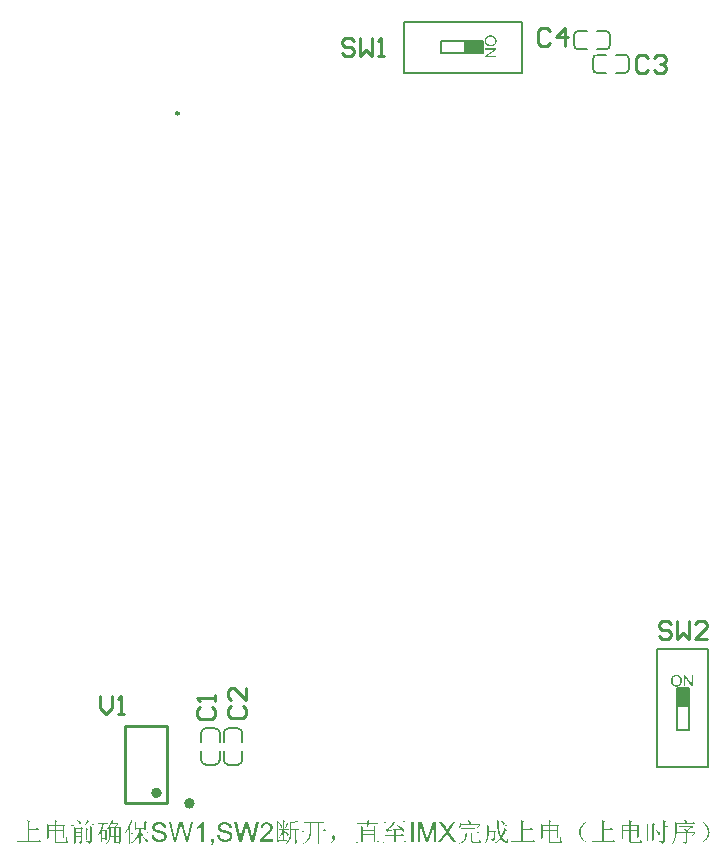
<source format=gto>
G04*
G04 #@! TF.GenerationSoftware,Altium Limited,Altium Designer,22.1.2 (22)*
G04*
G04 Layer_Color=65535*
%FSLAX25Y25*%
%MOIN*%
G70*
G04*
G04 #@! TF.SameCoordinates,691D6CEF-7681-4429-9CE0-D2776B591AA1*
G04*
G04*
G04 #@! TF.FilePolarity,Positive*
G04*
G01*
G75*
%ADD10C,0.00787*%
%ADD11C,0.01000*%
%ADD12C,0.01968*%
%ADD13C,0.00500*%
%ADD14C,0.00984*%
%ADD15R,0.06000X0.04000*%
%ADD16R,0.04000X0.06000*%
G36*
X-37219Y-172202D02*
X-37571Y-172452D01*
Y-172461D01*
Y-172470D01*
Y-172526D01*
Y-172618D01*
Y-172730D01*
Y-172878D01*
Y-173035D01*
Y-173211D01*
X-37562Y-173386D01*
Y-173775D01*
Y-173960D01*
X-37552Y-174145D01*
Y-174320D01*
X-37543Y-174469D01*
Y-174607D01*
X-37534Y-174718D01*
X-38024Y-174894D01*
Y-174542D01*
X-39208D01*
Y-175801D01*
X-37395D01*
X-36970Y-175384D01*
X-36341Y-176004D01*
X-38792D01*
Y-176013D01*
X-38783Y-176032D01*
X-38764Y-176069D01*
X-38746Y-176115D01*
X-38718Y-176180D01*
X-38681Y-176254D01*
X-38635Y-176337D01*
X-38588Y-176429D01*
X-38468Y-176642D01*
X-38320Y-176883D01*
X-38144Y-177151D01*
X-37932Y-177428D01*
X-37922Y-177438D01*
X-37904Y-177465D01*
X-37867Y-177503D01*
X-37821Y-177549D01*
X-37765Y-177613D01*
X-37691Y-177678D01*
X-37608Y-177761D01*
X-37506Y-177845D01*
X-37404Y-177928D01*
X-37284Y-178021D01*
X-37155Y-178104D01*
X-37016Y-178196D01*
X-36868Y-178279D01*
X-36711Y-178354D01*
X-36553Y-178428D01*
X-36378Y-178492D01*
Y-178594D01*
X-36396D01*
X-36452Y-178603D01*
X-36535Y-178622D01*
X-36637Y-178649D01*
X-36748Y-178696D01*
X-36868Y-178751D01*
X-36979Y-178834D01*
X-37081Y-178936D01*
X-37090Y-178927D01*
X-37118Y-178909D01*
X-37164Y-178872D01*
X-37219Y-178816D01*
X-37284Y-178751D01*
X-37367Y-178677D01*
X-37451Y-178594D01*
X-37552Y-178492D01*
X-37756Y-178270D01*
X-37959Y-178030D01*
X-38163Y-177761D01*
X-38255Y-177613D01*
X-38339Y-177475D01*
Y-177465D01*
X-38357Y-177438D01*
X-38376Y-177401D01*
X-38403Y-177345D01*
X-38440Y-177271D01*
X-38477Y-177197D01*
X-38524Y-177105D01*
X-38570Y-177003D01*
X-38672Y-176781D01*
X-38783Y-176531D01*
X-38875Y-176272D01*
X-38968Y-176004D01*
X-39208D01*
Y-176013D01*
Y-176032D01*
Y-176069D01*
Y-176124D01*
Y-176189D01*
Y-176263D01*
Y-176346D01*
Y-176439D01*
Y-176652D01*
Y-176901D01*
Y-177170D01*
X-39199Y-177447D01*
Y-178021D01*
Y-178298D01*
X-39190Y-178566D01*
Y-178816D01*
X-39180Y-179029D01*
Y-179130D01*
Y-179214D01*
X-39171Y-179288D01*
Y-179352D01*
X-39698Y-179602D01*
Y-179593D01*
Y-179556D01*
Y-179510D01*
X-39689Y-179427D01*
Y-179325D01*
Y-179195D01*
X-39680Y-179047D01*
Y-178862D01*
Y-178649D01*
X-39671Y-178409D01*
Y-178141D01*
Y-177836D01*
X-39661Y-177503D01*
Y-177132D01*
Y-176725D01*
Y-176291D01*
X-39671Y-176300D01*
X-39689Y-176337D01*
X-39717Y-176392D01*
X-39763Y-176467D01*
X-39809Y-176559D01*
X-39874Y-176661D01*
X-39948Y-176781D01*
X-40031Y-176901D01*
X-40216Y-177188D01*
X-40429Y-177484D01*
X-40660Y-177780D01*
X-40910Y-178067D01*
X-40919Y-178076D01*
X-40938Y-178094D01*
X-40975Y-178141D01*
X-41030Y-178187D01*
X-41095Y-178252D01*
X-41169Y-178326D01*
X-41262Y-178409D01*
X-41354Y-178492D01*
X-41465Y-178585D01*
X-41585Y-178686D01*
X-41854Y-178890D01*
X-42140Y-179094D01*
X-42464Y-179288D01*
X-42529Y-179177D01*
X-42520Y-179167D01*
X-42492Y-179149D01*
X-42446Y-179112D01*
X-42390Y-179066D01*
X-42316Y-179010D01*
X-42224Y-178936D01*
X-42131Y-178853D01*
X-42020Y-178761D01*
X-41909Y-178649D01*
X-41780Y-178529D01*
X-41659Y-178400D01*
X-41530Y-178261D01*
X-41391Y-178104D01*
X-41262Y-177946D01*
X-41123Y-177771D01*
X-40993Y-177586D01*
X-40984Y-177576D01*
X-40966Y-177540D01*
X-40929Y-177484D01*
X-40882Y-177419D01*
X-40827Y-177336D01*
X-40762Y-177234D01*
X-40688Y-177123D01*
X-40614Y-177003D01*
X-40466Y-176753D01*
X-40318Y-176485D01*
X-40179Y-176235D01*
X-40133Y-176115D01*
X-40087Y-176004D01*
X-41724D01*
X-42177Y-176078D01*
X-42464Y-175801D01*
X-39661D01*
Y-174542D01*
X-40781D01*
Y-174857D01*
X-41308Y-175033D01*
Y-175023D01*
Y-175005D01*
Y-174959D01*
X-41299Y-174913D01*
Y-174848D01*
Y-174765D01*
X-41289Y-174681D01*
Y-174580D01*
Y-174469D01*
X-41280Y-174348D01*
Y-174089D01*
X-41271Y-173802D01*
Y-173497D01*
Y-173488D01*
Y-173460D01*
Y-173414D01*
Y-173349D01*
Y-173275D01*
Y-173183D01*
Y-173081D01*
Y-172970D01*
X-41280Y-172850D01*
Y-172720D01*
X-41289Y-172433D01*
X-41299Y-172137D01*
X-41308Y-171823D01*
X-40744Y-172100D01*
X-38089D01*
X-37747Y-171749D01*
X-37219Y-172202D01*
D02*
G37*
G36*
X13489Y-172239D02*
X13295D01*
X13193Y-172248D01*
X13091Y-172258D01*
X12860Y-172276D01*
X12842D01*
X12823Y-172285D01*
X12786D01*
X12740Y-172295D01*
X12675Y-172304D01*
X12601Y-172322D01*
X12499Y-172332D01*
X12388Y-172350D01*
X12250Y-172369D01*
X12092Y-172397D01*
X11917Y-172424D01*
X11713Y-172452D01*
X11482Y-172480D01*
X11223Y-172517D01*
X10936Y-172554D01*
Y-174580D01*
X12758D01*
X13175Y-174163D01*
X13804Y-174783D01*
X12684D01*
Y-177789D01*
Y-177808D01*
Y-177836D01*
Y-177863D01*
Y-177910D01*
Y-177965D01*
Y-178030D01*
X12694Y-178113D01*
Y-178206D01*
Y-178307D01*
Y-178428D01*
X12703Y-178557D01*
Y-178696D01*
X12712Y-178853D01*
Y-179029D01*
X12721Y-179214D01*
X12194Y-179464D01*
Y-179454D01*
Y-179436D01*
Y-179408D01*
Y-179371D01*
Y-179325D01*
Y-179260D01*
X12203Y-179195D01*
Y-179112D01*
Y-179019D01*
Y-178918D01*
Y-178807D01*
Y-178696D01*
X12213Y-178428D01*
Y-178131D01*
Y-177808D01*
X12222Y-177447D01*
Y-177058D01*
Y-176652D01*
X12231Y-176217D01*
Y-175754D01*
Y-175283D01*
Y-174783D01*
X10936D01*
Y-174792D01*
Y-174811D01*
Y-174838D01*
Y-174875D01*
Y-174931D01*
Y-174996D01*
Y-175144D01*
Y-175320D01*
Y-175532D01*
X10927Y-175754D01*
X10918Y-176004D01*
X10899Y-176254D01*
X10871Y-176522D01*
X10797Y-177040D01*
X10751Y-177290D01*
X10696Y-177521D01*
X10622Y-177734D01*
X10538Y-177928D01*
X10529Y-177937D01*
X10520Y-177965D01*
X10492Y-178021D01*
X10446Y-178085D01*
X10400Y-178168D01*
X10335Y-178261D01*
X10252Y-178372D01*
X10168Y-178492D01*
X10067Y-178622D01*
X9956Y-178761D01*
X9826Y-178899D01*
X9687Y-179047D01*
X9530Y-179195D01*
X9364Y-179343D01*
X9179Y-179491D01*
X8984Y-179639D01*
X8873Y-179528D01*
X8883Y-179519D01*
X8910Y-179500D01*
X8947Y-179464D01*
X8994Y-179417D01*
X9058Y-179352D01*
X9123Y-179288D01*
X9206Y-179204D01*
X9290Y-179121D01*
X9465Y-178918D01*
X9641Y-178705D01*
X9808Y-178474D01*
X9891Y-178363D01*
X9956Y-178243D01*
Y-178233D01*
X9974Y-178215D01*
X9993Y-178178D01*
X10011Y-178131D01*
X10039Y-178076D01*
X10076Y-178002D01*
X10104Y-177919D01*
X10141Y-177836D01*
X10215Y-177623D01*
X10289Y-177392D01*
X10344Y-177123D01*
X10390Y-176846D01*
Y-176837D01*
Y-176809D01*
X10400Y-176762D01*
X10409Y-176707D01*
Y-176624D01*
X10418Y-176531D01*
X10427Y-176411D01*
X10437Y-176281D01*
X10446Y-176134D01*
X10455Y-175976D01*
X10464Y-175801D01*
Y-175597D01*
X10474Y-175393D01*
X10483Y-175162D01*
Y-174922D01*
Y-174663D01*
Y-174644D01*
Y-174598D01*
Y-174524D01*
Y-174422D01*
Y-174302D01*
Y-174154D01*
Y-173987D01*
Y-173812D01*
X10474Y-173617D01*
Y-173414D01*
X10464Y-172988D01*
X10455Y-172535D01*
X10446Y-172100D01*
X10899Y-172378D01*
X10908D01*
X10936Y-172369D01*
X10973Y-172360D01*
X11019Y-172350D01*
X11084Y-172341D01*
X11158Y-172322D01*
X11334Y-172285D01*
X11528Y-172239D01*
X11732Y-172184D01*
X11944Y-172128D01*
X12139Y-172064D01*
X12148D01*
X12157Y-172054D01*
X12185Y-172045D01*
X12222Y-172036D01*
X12314Y-171999D01*
X12425Y-171943D01*
X12555Y-171888D01*
X12694Y-171814D01*
X12814Y-171730D01*
X12934Y-171647D01*
X13489Y-172239D01*
D02*
G37*
G36*
X141777Y-171444D02*
X141805Y-171453D01*
X141851Y-171472D01*
X141962Y-171509D01*
X142092Y-171564D01*
X142240Y-171629D01*
X142379Y-171694D01*
X142517Y-171767D01*
X142619Y-171842D01*
X142628Y-171851D01*
X142656Y-171879D01*
X142693Y-171915D01*
X142739Y-171971D01*
X142776Y-172027D01*
X142804Y-172100D01*
X142823Y-172184D01*
X142813Y-172267D01*
Y-172276D01*
X142804Y-172304D01*
X142786Y-172341D01*
X142767Y-172387D01*
X142702Y-172498D01*
X142656Y-172545D01*
X142601Y-172591D01*
X142591D01*
X142573Y-172600D01*
X142545D01*
X142508Y-172591D01*
X142462Y-172563D01*
X142406Y-172517D01*
X142388Y-172480D01*
X142360Y-172433D01*
X142332Y-172378D01*
X142305Y-172313D01*
X142295Y-172295D01*
X142268Y-172248D01*
X142221Y-172175D01*
X142157Y-172073D01*
X142073Y-171952D01*
X141962Y-171823D01*
X141833Y-171684D01*
X141676Y-171546D01*
X141750Y-171434D01*
X141759D01*
X141777Y-171444D01*
D02*
G37*
G36*
X145875Y-172868D02*
X139474D01*
Y-172887D01*
Y-172933D01*
Y-172998D01*
Y-173100D01*
Y-173220D01*
Y-173359D01*
Y-173516D01*
Y-173682D01*
X139465Y-173867D01*
Y-174062D01*
X139456Y-174469D01*
X139446Y-174894D01*
X139437Y-175301D01*
Y-175310D01*
Y-175347D01*
Y-175403D01*
X139428Y-175486D01*
X139419Y-175578D01*
X139409Y-175689D01*
X139400Y-175819D01*
X139382Y-175958D01*
X139363Y-176115D01*
X139345Y-176281D01*
X139289Y-176633D01*
X139206Y-177012D01*
X139104Y-177401D01*
Y-177410D01*
X139086Y-177447D01*
X139067Y-177503D01*
X139049Y-177576D01*
X139012Y-177669D01*
X138965Y-177780D01*
X138910Y-177910D01*
X138854Y-178048D01*
X138780Y-178206D01*
X138697Y-178372D01*
X138605Y-178548D01*
X138503Y-178733D01*
X138392Y-178927D01*
X138262Y-179130D01*
X138124Y-179334D01*
X137976Y-179537D01*
X137874Y-179464D01*
X137883Y-179445D01*
X137902Y-179408D01*
X137939Y-179343D01*
X137985Y-179260D01*
X138040Y-179149D01*
X138105Y-179029D01*
X138170Y-178881D01*
X138244Y-178733D01*
X138318Y-178557D01*
X138392Y-178381D01*
X138540Y-178011D01*
X138669Y-177613D01*
X138716Y-177419D01*
X138762Y-177225D01*
Y-177216D01*
X138771Y-177179D01*
X138780Y-177123D01*
X138790Y-177040D01*
X138808Y-176947D01*
X138827Y-176837D01*
X138845Y-176707D01*
X138864Y-176559D01*
X138882Y-176392D01*
X138901Y-176226D01*
X138910Y-176041D01*
X138928Y-175847D01*
X138956Y-175431D01*
X138965Y-174987D01*
Y-174968D01*
Y-174931D01*
Y-174866D01*
Y-174774D01*
Y-174663D01*
X138975Y-174533D01*
Y-174376D01*
Y-174209D01*
Y-174015D01*
Y-173812D01*
Y-173599D01*
X138965Y-173368D01*
Y-173127D01*
Y-172878D01*
X138956Y-172350D01*
X139474Y-172665D01*
X144617D01*
X145135Y-172137D01*
X145875Y-172868D01*
D02*
G37*
G36*
X132093Y-172831D02*
X131815Y-173081D01*
Y-175949D01*
Y-175967D01*
Y-176023D01*
Y-176106D01*
Y-176217D01*
Y-176356D01*
Y-176504D01*
Y-176670D01*
X131824Y-176846D01*
Y-177216D01*
Y-177392D01*
X131834Y-177567D01*
Y-177734D01*
X131843Y-177882D01*
Y-178011D01*
X131852Y-178113D01*
X131325Y-178391D01*
Y-177688D01*
X129891D01*
Y-178428D01*
X129373Y-178705D01*
Y-178696D01*
Y-178649D01*
Y-178585D01*
X129382Y-178492D01*
Y-178381D01*
Y-178233D01*
Y-178058D01*
X129392Y-177863D01*
Y-177641D01*
Y-177392D01*
Y-177114D01*
X129401Y-176818D01*
Y-176485D01*
Y-176134D01*
Y-175754D01*
Y-175347D01*
Y-175338D01*
Y-175320D01*
Y-175292D01*
Y-175245D01*
Y-175199D01*
Y-175135D01*
Y-174987D01*
Y-174811D01*
Y-174607D01*
Y-174385D01*
Y-174145D01*
X129392Y-173654D01*
Y-173414D01*
Y-173183D01*
X129382Y-172961D01*
Y-172766D01*
Y-172591D01*
X129373Y-172517D01*
Y-172452D01*
X129928Y-172730D01*
X131260D01*
X131538Y-172378D01*
X132093Y-172831D01*
D02*
G37*
G36*
X69831Y-171472D02*
X69859Y-171490D01*
X69896Y-171509D01*
X69997Y-171564D01*
X70127Y-171629D01*
X70256Y-171712D01*
X70386Y-171795D01*
X70506Y-171879D01*
X70599Y-171962D01*
X70608Y-171971D01*
X70636Y-171999D01*
X70663Y-172036D01*
X70710Y-172082D01*
X70747Y-172147D01*
X70774Y-172212D01*
X70802Y-172276D01*
X70811Y-172341D01*
Y-172350D01*
Y-172369D01*
X70802Y-172406D01*
X70793Y-172452D01*
X70774Y-172517D01*
X70756Y-172582D01*
X70719Y-172655D01*
X70673Y-172730D01*
X70663Y-172739D01*
X70654Y-172757D01*
X70626Y-172794D01*
X70599Y-172831D01*
X70562Y-172868D01*
X70525Y-172905D01*
X70497Y-172924D01*
X70469Y-172933D01*
X73300D01*
X73577Y-172582D01*
X74206Y-173173D01*
X74178D01*
X74151Y-173183D01*
X74114Y-173201D01*
X74067Y-173211D01*
X74012Y-173238D01*
X73947Y-173275D01*
X73873Y-173312D01*
X73799Y-173359D01*
X73707Y-173423D01*
X73623Y-173488D01*
X73531Y-173571D01*
X73429Y-173673D01*
X73327Y-173784D01*
X73226Y-173914D01*
X73124Y-174052D01*
X73013Y-173978D01*
X73364Y-173136D01*
X67565D01*
Y-173146D01*
X67574Y-173183D01*
X67592Y-173229D01*
X67602Y-173294D01*
X67629Y-173423D01*
X67639Y-173479D01*
Y-173525D01*
Y-173534D01*
Y-173562D01*
X67629Y-173599D01*
X67620Y-173654D01*
X67592Y-173719D01*
X67565Y-173784D01*
X67518Y-173858D01*
X67463Y-173932D01*
X67454Y-173941D01*
X67435Y-173960D01*
X67398Y-173987D01*
X67343Y-174024D01*
X67278Y-174052D01*
X67213Y-174080D01*
X67130Y-174089D01*
X67028D01*
X67000Y-174080D01*
X66963Y-174071D01*
X66917Y-174062D01*
X66871Y-174043D01*
X66834Y-174024D01*
X66806Y-174006D01*
X66797Y-173978D01*
Y-173969D01*
Y-173960D01*
X66806Y-173914D01*
X66825Y-173858D01*
X66862Y-173802D01*
X66871Y-173793D01*
X66889Y-173766D01*
X66926Y-173719D01*
X66963Y-173664D01*
X67010Y-173590D01*
X67065Y-173497D01*
X67111Y-173396D01*
X67158Y-173284D01*
X67167Y-173266D01*
X67176Y-173229D01*
X67204Y-173164D01*
X67232Y-173072D01*
X67259Y-172961D01*
X67296Y-172822D01*
X67324Y-172674D01*
X67352Y-172508D01*
X67528D01*
X67565Y-172933D01*
X70469D01*
X70451Y-172924D01*
X70432Y-172915D01*
X70404Y-172887D01*
X70377Y-172850D01*
X70349Y-172785D01*
X70321Y-172702D01*
X70293Y-172582D01*
Y-172572D01*
X70284Y-172563D01*
X70275Y-172535D01*
X70266Y-172498D01*
X70229Y-172397D01*
X70173Y-172267D01*
X70099Y-172110D01*
X69997Y-171934D01*
X69877Y-171740D01*
X69729Y-171536D01*
X69803Y-171462D01*
X69812D01*
X69831Y-171472D01*
D02*
G37*
G36*
X-60215Y-171518D02*
X-60178Y-171536D01*
X-60132Y-171564D01*
X-60067Y-171601D01*
X-59984Y-171657D01*
X-59900Y-171712D01*
X-59715Y-171842D01*
X-59521Y-171990D01*
X-59429Y-172064D01*
X-59345Y-172137D01*
X-59271Y-172212D01*
X-59216Y-172276D01*
X-59170Y-172341D01*
X-59151Y-172406D01*
Y-172415D01*
X-59142Y-172452D01*
X-59133Y-172508D01*
Y-172582D01*
X-59142Y-172655D01*
X-59160Y-172739D01*
X-59197Y-172822D01*
X-59253Y-172896D01*
X-59262Y-172905D01*
X-59281Y-172924D01*
X-59308Y-172951D01*
X-59345Y-172988D01*
X-59429Y-173053D01*
X-59466Y-173072D01*
X-59493Y-173081D01*
X-59512Y-173072D01*
X-59530Y-173063D01*
X-59558Y-173035D01*
X-59586Y-172998D01*
X-59623Y-172933D01*
X-59669Y-172850D01*
X-59706Y-172730D01*
Y-172720D01*
X-59715Y-172711D01*
X-59725Y-172683D01*
X-59734Y-172646D01*
X-59752Y-172600D01*
X-59780Y-172535D01*
X-59836Y-172406D01*
X-59919Y-172230D01*
X-60030Y-172036D01*
X-60169Y-171823D01*
X-60335Y-171582D01*
X-60224Y-171509D01*
X-60215Y-171518D01*
D02*
G37*
G36*
X80949Y-171666D02*
X80986Y-171684D01*
X81042Y-171712D01*
X81097Y-171749D01*
X81162Y-171795D01*
X81319Y-171888D01*
X81477Y-171990D01*
X81643Y-172091D01*
X81782Y-172202D01*
X81847Y-172248D01*
X81893Y-172295D01*
X81902Y-172304D01*
X81930Y-172332D01*
X81967Y-172378D01*
X82013Y-172433D01*
X82050Y-172498D01*
X82078Y-172582D01*
X82096Y-172665D01*
X82087Y-172748D01*
Y-172757D01*
X82078Y-172785D01*
X82069Y-172822D01*
X82050Y-172878D01*
X81985Y-172979D01*
X81948Y-173035D01*
X81902Y-173072D01*
X81893D01*
X81884Y-173081D01*
X81828Y-173109D01*
X81773Y-173146D01*
X81745Y-173155D01*
X81717D01*
X81708Y-173146D01*
X81680Y-173136D01*
X81652Y-173118D01*
X81615Y-173081D01*
X81578Y-173035D01*
X81541Y-172961D01*
X81514Y-172868D01*
X81504Y-172850D01*
X81486Y-172794D01*
X81449Y-172711D01*
X81393Y-172582D01*
X81301Y-172424D01*
X81181Y-172239D01*
X81107Y-172128D01*
X81023Y-172008D01*
X80922Y-171888D01*
X80820Y-171749D01*
X80922Y-171647D01*
X80931D01*
X80949Y-171666D01*
D02*
G37*
G36*
X124434Y-171823D02*
X124156Y-172073D01*
Y-173294D01*
X126284D01*
X126635Y-172942D01*
X127125Y-173433D01*
X126811Y-173673D01*
Y-173682D01*
Y-173701D01*
Y-173738D01*
Y-173793D01*
Y-173858D01*
Y-173932D01*
Y-174024D01*
Y-174117D01*
Y-174339D01*
Y-174589D01*
Y-174866D01*
X126820Y-175153D01*
Y-175754D01*
Y-176041D01*
X126829Y-176319D01*
Y-176577D01*
X126839Y-176809D01*
Y-176910D01*
Y-177003D01*
X126848Y-177086D01*
Y-177160D01*
X126321Y-177410D01*
Y-176985D01*
X124156D01*
Y-178566D01*
Y-178585D01*
X124165Y-178622D01*
X124175Y-178686D01*
X124212Y-178751D01*
X124258Y-178816D01*
X124332Y-178881D01*
X124434Y-178918D01*
X124498Y-178936D01*
X126996D01*
X127033Y-178927D01*
X127088Y-178909D01*
X127144Y-178881D01*
X127209Y-178834D01*
X127264Y-178770D01*
X127310Y-178686D01*
X127329Y-178576D01*
Y-178557D01*
Y-178539D01*
X127338Y-178511D01*
Y-178464D01*
X127347Y-178418D01*
Y-178363D01*
X127357Y-178289D01*
Y-178206D01*
X127366Y-178104D01*
Y-177993D01*
X127375Y-177873D01*
X127384Y-177734D01*
X127394Y-177586D01*
Y-177419D01*
X127403Y-177234D01*
X127579D01*
Y-177243D01*
Y-177271D01*
Y-177318D01*
Y-177373D01*
Y-177447D01*
X127588Y-177521D01*
X127597Y-177706D01*
X127606Y-177900D01*
X127634Y-178085D01*
X127643Y-178178D01*
X127662Y-178261D01*
X127680Y-178326D01*
X127699Y-178391D01*
X127708Y-178400D01*
X127717Y-178437D01*
X127754Y-178483D01*
X127791Y-178548D01*
X127847Y-178622D01*
X127902Y-178696D01*
X127986Y-178770D01*
X128069Y-178834D01*
X128060Y-178844D01*
X128041Y-178881D01*
X128013Y-178927D01*
X127976Y-178992D01*
X127921Y-179057D01*
X127865Y-179121D01*
X127791Y-179177D01*
X127717Y-179232D01*
X127708Y-179242D01*
X127680Y-179251D01*
X127634Y-179269D01*
X127560Y-179297D01*
X127477Y-179325D01*
X127375Y-179343D01*
X127264Y-179352D01*
X127125Y-179362D01*
X124369D01*
X124332Y-179352D01*
X124286D01*
X124165Y-179325D01*
X124036Y-179279D01*
X123962Y-179242D01*
X123897Y-179195D01*
X123832Y-179140D01*
X123777Y-179066D01*
X123731Y-178992D01*
X123694Y-178899D01*
X123675Y-178788D01*
X123666Y-178668D01*
Y-176985D01*
X121566D01*
Y-177475D01*
X121048Y-177725D01*
Y-177706D01*
Y-177669D01*
Y-177604D01*
X121057Y-177521D01*
Y-177410D01*
Y-177280D01*
Y-177132D01*
X121067Y-176975D01*
Y-176790D01*
Y-176605D01*
Y-176402D01*
X121076Y-176189D01*
Y-175745D01*
Y-175283D01*
Y-175264D01*
Y-175227D01*
Y-175162D01*
Y-175070D01*
Y-174959D01*
Y-174829D01*
Y-174681D01*
Y-174524D01*
X121067Y-174348D01*
Y-174163D01*
Y-173784D01*
X121057Y-173377D01*
X121048Y-172979D01*
X121603Y-173294D01*
X123666D01*
Y-173284D01*
Y-173248D01*
Y-173192D01*
Y-173118D01*
Y-173035D01*
Y-172924D01*
Y-172813D01*
Y-172683D01*
X123657Y-172545D01*
Y-172397D01*
X123647Y-172082D01*
X123638Y-171758D01*
X123629Y-171434D01*
X124434Y-171823D01*
D02*
G37*
G36*
X97572D02*
X97294Y-172073D01*
Y-173294D01*
X99422D01*
X99773Y-172942D01*
X100263Y-173433D01*
X99949Y-173673D01*
Y-173682D01*
Y-173701D01*
Y-173738D01*
Y-173793D01*
Y-173858D01*
Y-173932D01*
Y-174024D01*
Y-174117D01*
Y-174339D01*
Y-174589D01*
Y-174866D01*
X99958Y-175153D01*
Y-175754D01*
Y-176041D01*
X99967Y-176319D01*
Y-176577D01*
X99977Y-176809D01*
Y-176910D01*
Y-177003D01*
X99986Y-177086D01*
Y-177160D01*
X99459Y-177410D01*
Y-176985D01*
X97294D01*
Y-178566D01*
Y-178585D01*
X97303Y-178622D01*
X97313Y-178686D01*
X97350Y-178751D01*
X97396Y-178816D01*
X97470Y-178881D01*
X97572Y-178918D01*
X97636Y-178936D01*
X100134D01*
X100171Y-178927D01*
X100226Y-178909D01*
X100282Y-178881D01*
X100347Y-178834D01*
X100402Y-178770D01*
X100448Y-178686D01*
X100467Y-178576D01*
Y-178557D01*
Y-178539D01*
X100476Y-178511D01*
Y-178464D01*
X100485Y-178418D01*
Y-178363D01*
X100495Y-178289D01*
Y-178206D01*
X100504Y-178104D01*
Y-177993D01*
X100513Y-177873D01*
X100522Y-177734D01*
X100532Y-177586D01*
Y-177419D01*
X100541Y-177234D01*
X100717D01*
Y-177243D01*
Y-177271D01*
Y-177318D01*
Y-177373D01*
Y-177447D01*
X100726Y-177521D01*
X100735Y-177706D01*
X100744Y-177900D01*
X100772Y-178085D01*
X100781Y-178178D01*
X100800Y-178261D01*
X100818Y-178326D01*
X100837Y-178391D01*
X100846Y-178400D01*
X100855Y-178437D01*
X100892Y-178483D01*
X100929Y-178548D01*
X100985Y-178622D01*
X101040Y-178696D01*
X101124Y-178770D01*
X101207Y-178834D01*
X101198Y-178844D01*
X101179Y-178881D01*
X101151Y-178927D01*
X101114Y-178992D01*
X101059Y-179057D01*
X101003Y-179121D01*
X100929Y-179177D01*
X100855Y-179232D01*
X100846Y-179242D01*
X100818Y-179251D01*
X100772Y-179269D01*
X100698Y-179297D01*
X100615Y-179325D01*
X100513Y-179343D01*
X100402Y-179352D01*
X100263Y-179362D01*
X97507D01*
X97470Y-179352D01*
X97424D01*
X97303Y-179325D01*
X97174Y-179279D01*
X97100Y-179242D01*
X97035Y-179195D01*
X96970Y-179140D01*
X96915Y-179066D01*
X96869Y-178992D01*
X96832Y-178899D01*
X96813Y-178788D01*
X96804Y-178668D01*
Y-176985D01*
X94704D01*
Y-177475D01*
X94186Y-177725D01*
Y-177706D01*
Y-177669D01*
Y-177604D01*
X94195Y-177521D01*
Y-177410D01*
Y-177280D01*
Y-177132D01*
X94205Y-176975D01*
Y-176790D01*
Y-176605D01*
Y-176402D01*
X94214Y-176189D01*
Y-175745D01*
Y-175283D01*
Y-175264D01*
Y-175227D01*
Y-175162D01*
Y-175070D01*
Y-174959D01*
Y-174829D01*
Y-174681D01*
Y-174524D01*
X94205Y-174348D01*
Y-174163D01*
Y-173784D01*
X94195Y-173377D01*
X94186Y-172979D01*
X94741Y-173294D01*
X96804D01*
Y-173284D01*
Y-173248D01*
Y-173192D01*
Y-173118D01*
Y-173035D01*
Y-172924D01*
Y-172813D01*
Y-172683D01*
X96795Y-172545D01*
Y-172397D01*
X96785Y-172082D01*
X96776Y-171758D01*
X96767Y-171434D01*
X97572Y-171823D01*
D02*
G37*
G36*
X-67051D02*
X-67328Y-172073D01*
Y-173294D01*
X-65201D01*
X-64849Y-172942D01*
X-64359Y-173433D01*
X-64673Y-173673D01*
Y-173682D01*
Y-173701D01*
Y-173738D01*
Y-173793D01*
Y-173858D01*
Y-173932D01*
Y-174024D01*
Y-174117D01*
Y-174339D01*
Y-174589D01*
Y-174866D01*
X-64664Y-175153D01*
Y-175754D01*
Y-176041D01*
X-64655Y-176319D01*
Y-176577D01*
X-64646Y-176809D01*
Y-176910D01*
Y-177003D01*
X-64636Y-177086D01*
Y-177160D01*
X-65164Y-177410D01*
Y-176985D01*
X-67328D01*
Y-178566D01*
Y-178585D01*
X-67319Y-178622D01*
X-67310Y-178686D01*
X-67273Y-178751D01*
X-67226Y-178816D01*
X-67152Y-178881D01*
X-67051Y-178918D01*
X-66986Y-178936D01*
X-64488D01*
X-64451Y-178927D01*
X-64396Y-178909D01*
X-64340Y-178881D01*
X-64276Y-178834D01*
X-64220Y-178770D01*
X-64174Y-178686D01*
X-64155Y-178576D01*
Y-178557D01*
Y-178539D01*
X-64146Y-178511D01*
Y-178464D01*
X-64137Y-178418D01*
Y-178363D01*
X-64128Y-178289D01*
Y-178206D01*
X-64118Y-178104D01*
Y-177993D01*
X-64109Y-177873D01*
X-64100Y-177734D01*
X-64091Y-177586D01*
Y-177419D01*
X-64081Y-177234D01*
X-63906D01*
Y-177243D01*
Y-177271D01*
Y-177318D01*
Y-177373D01*
Y-177447D01*
X-63896Y-177521D01*
X-63887Y-177706D01*
X-63878Y-177900D01*
X-63850Y-178085D01*
X-63841Y-178178D01*
X-63822Y-178261D01*
X-63804Y-178326D01*
X-63785Y-178391D01*
X-63776Y-178400D01*
X-63767Y-178437D01*
X-63730Y-178483D01*
X-63693Y-178548D01*
X-63637Y-178622D01*
X-63582Y-178696D01*
X-63499Y-178770D01*
X-63415Y-178834D01*
X-63425Y-178844D01*
X-63443Y-178881D01*
X-63471Y-178927D01*
X-63508Y-178992D01*
X-63563Y-179057D01*
X-63619Y-179121D01*
X-63693Y-179177D01*
X-63767Y-179232D01*
X-63776Y-179242D01*
X-63804Y-179251D01*
X-63850Y-179269D01*
X-63924Y-179297D01*
X-64007Y-179325D01*
X-64109Y-179343D01*
X-64220Y-179352D01*
X-64359Y-179362D01*
X-67115D01*
X-67152Y-179352D01*
X-67199D01*
X-67319Y-179325D01*
X-67448Y-179279D01*
X-67522Y-179242D01*
X-67587Y-179195D01*
X-67652Y-179140D01*
X-67707Y-179066D01*
X-67754Y-178992D01*
X-67791Y-178899D01*
X-67809Y-178788D01*
X-67818Y-178668D01*
Y-176985D01*
X-69918D01*
Y-177475D01*
X-70436Y-177725D01*
Y-177706D01*
Y-177669D01*
Y-177604D01*
X-70427Y-177521D01*
Y-177410D01*
Y-177280D01*
Y-177132D01*
X-70418Y-176975D01*
Y-176790D01*
Y-176605D01*
Y-176402D01*
X-70408Y-176189D01*
Y-175745D01*
Y-175283D01*
Y-175264D01*
Y-175227D01*
Y-175162D01*
Y-175070D01*
Y-174959D01*
Y-174829D01*
Y-174681D01*
Y-174524D01*
X-70418Y-174348D01*
Y-174163D01*
Y-173784D01*
X-70427Y-173377D01*
X-70436Y-172979D01*
X-69881Y-173294D01*
X-67818D01*
Y-173284D01*
Y-173248D01*
Y-173192D01*
Y-173118D01*
Y-173035D01*
Y-172924D01*
Y-172813D01*
Y-172683D01*
X-67828Y-172545D01*
Y-172397D01*
X-67837Y-172082D01*
X-67846Y-171758D01*
X-67855Y-171434D01*
X-67051Y-171823D01*
D02*
G37*
G36*
X80330Y-171888D02*
X80080Y-172175D01*
Y-172184D01*
Y-172202D01*
Y-172230D01*
Y-172276D01*
Y-172322D01*
Y-172387D01*
X80089Y-172461D01*
Y-172535D01*
X80098Y-172730D01*
X80108Y-172942D01*
X80126Y-173173D01*
X80154Y-173433D01*
X82078D01*
X82568Y-172942D01*
X83262Y-173636D01*
X80154D01*
Y-173645D01*
Y-173664D01*
X80163Y-173691D01*
Y-173738D01*
X80172Y-173793D01*
X80182Y-173858D01*
Y-173932D01*
X80200Y-174015D01*
X80219Y-174200D01*
X80246Y-174413D01*
X80283Y-174653D01*
X80330Y-174913D01*
X80376Y-175171D01*
X80422Y-175449D01*
X80487Y-175717D01*
X80552Y-175986D01*
X80626Y-176244D01*
X80709Y-176485D01*
X80792Y-176698D01*
X80885Y-176892D01*
Y-176883D01*
X80894Y-176874D01*
X80912Y-176846D01*
X80931Y-176818D01*
X80986Y-176725D01*
X81060Y-176596D01*
X81144Y-176439D01*
X81236Y-176254D01*
X81338Y-176041D01*
X81440Y-175810D01*
Y-175801D01*
X81449Y-175782D01*
X81467Y-175745D01*
X81486Y-175689D01*
X81514Y-175625D01*
X81541Y-175551D01*
X81578Y-175468D01*
X81615Y-175375D01*
X81662Y-175264D01*
X81708Y-175153D01*
X81800Y-174894D01*
X81902Y-174607D01*
X82004Y-174302D01*
X82735Y-174866D01*
X82420Y-175042D01*
X82411Y-175060D01*
X82392Y-175107D01*
X82365Y-175181D01*
X82318Y-175283D01*
X82263Y-175403D01*
X82198Y-175541D01*
X82124Y-175699D01*
X82050Y-175865D01*
X81958Y-176050D01*
X81865Y-176235D01*
X81652Y-176633D01*
X81430Y-177022D01*
X81319Y-177207D01*
X81199Y-177382D01*
X81208Y-177392D01*
X81236Y-177419D01*
X81273Y-177465D01*
X81329Y-177521D01*
X81393Y-177595D01*
X81477Y-177678D01*
X81569Y-177761D01*
X81671Y-177863D01*
X81782Y-177956D01*
X81902Y-178067D01*
X82161Y-178261D01*
X82439Y-178446D01*
X82587Y-178529D01*
X82735Y-178603D01*
X83160Y-177095D01*
X83299Y-177132D01*
Y-177142D01*
X83290Y-177179D01*
Y-177234D01*
X83280Y-177308D01*
X83271Y-177392D01*
X83253Y-177493D01*
X83243Y-177604D01*
X83234Y-177715D01*
X83206Y-177956D01*
X83179Y-178196D01*
X83169Y-178307D01*
Y-178400D01*
X83160Y-178492D01*
Y-178566D01*
Y-178585D01*
Y-178622D01*
X83169Y-178686D01*
X83179Y-178779D01*
X83206Y-178881D01*
X83234Y-178992D01*
X83280Y-179103D01*
X83336Y-179223D01*
Y-179232D01*
X83345Y-179242D01*
X83354Y-179288D01*
X83345Y-179315D01*
X83336Y-179343D01*
X83308Y-179352D01*
X83262Y-179362D01*
X83216D01*
X83151Y-179352D01*
X83058Y-179334D01*
X82938Y-179297D01*
X82781Y-179260D01*
X82688Y-179223D01*
X82587Y-179195D01*
X82476Y-179158D01*
X82355Y-179112D01*
X82346D01*
X82328Y-179103D01*
X82291Y-179084D01*
X82235Y-179057D01*
X82170Y-179019D01*
X82096Y-178982D01*
X82013Y-178927D01*
X81911Y-178853D01*
X81810Y-178779D01*
X81689Y-178686D01*
X81560Y-178576D01*
X81430Y-178455D01*
X81282Y-178316D01*
X81134Y-178159D01*
X80977Y-177993D01*
X80820Y-177798D01*
X80811Y-177808D01*
X80774Y-177845D01*
X80709Y-177900D01*
X80635Y-177983D01*
X80533Y-178076D01*
X80413Y-178178D01*
X80274Y-178298D01*
X80117Y-178418D01*
X79950Y-178557D01*
X79765Y-178696D01*
X79571Y-178834D01*
X79358Y-178973D01*
X79146Y-179103D01*
X78914Y-179232D01*
X78683Y-179352D01*
X78443Y-179464D01*
X78406Y-179325D01*
X78424Y-179315D01*
X78470Y-179288D01*
X78535Y-179232D01*
X78637Y-179167D01*
X78748Y-179084D01*
X78887Y-178982D01*
X79035Y-178872D01*
X79192Y-178751D01*
X79368Y-178612D01*
X79543Y-178464D01*
X79719Y-178307D01*
X79895Y-178141D01*
X80061Y-177965D01*
X80228Y-177780D01*
X80385Y-177595D01*
X80533Y-177410D01*
X80524Y-177392D01*
X80505Y-177345D01*
X80468Y-177271D01*
X80422Y-177170D01*
X80367Y-177040D01*
X80302Y-176874D01*
X80237Y-176679D01*
X80163Y-176457D01*
X80080Y-176207D01*
X80006Y-175921D01*
X79932Y-175616D01*
X79858Y-175273D01*
X79793Y-174913D01*
X79728Y-174515D01*
X79673Y-174089D01*
X79627Y-173636D01*
X76870D01*
X76833Y-175320D01*
X78443D01*
X78757Y-174968D01*
X79275Y-175458D01*
X78961Y-175699D01*
Y-175708D01*
Y-175726D01*
Y-175754D01*
Y-175791D01*
X78951Y-175838D01*
Y-175893D01*
X78942Y-176032D01*
X78933Y-176198D01*
X78924Y-176383D01*
X78905Y-176577D01*
X78887Y-176790D01*
X78850Y-177216D01*
X78822Y-177419D01*
X78803Y-177613D01*
X78776Y-177780D01*
X78748Y-177928D01*
X78711Y-178048D01*
X78702Y-178094D01*
X78683Y-178131D01*
X78674Y-178150D01*
X78646Y-178187D01*
X78600Y-178252D01*
X78535Y-178326D01*
X78443Y-178409D01*
X78332Y-178501D01*
X78184Y-178585D01*
X78017Y-178668D01*
Y-178659D01*
X78008Y-178649D01*
X77999Y-178622D01*
X77989Y-178585D01*
X77943Y-178501D01*
X77906Y-178446D01*
X77860Y-178391D01*
X77804Y-178326D01*
X77740Y-178261D01*
X77666Y-178196D01*
X77573Y-178131D01*
X77471Y-178067D01*
X77360Y-177993D01*
X77222Y-177937D01*
X77074Y-177873D01*
Y-177725D01*
X77101D01*
X77138Y-177734D01*
X77185Y-177743D01*
X77240Y-177752D01*
X77296Y-177761D01*
X77444Y-177780D01*
X77592Y-177808D01*
X77749Y-177836D01*
X77888Y-177854D01*
X77943Y-177863D01*
X77999Y-177873D01*
X78045D01*
X78091Y-177863D01*
X78137Y-177845D01*
X78202Y-177808D01*
X78248Y-177761D01*
X78295Y-177678D01*
X78332Y-177576D01*
Y-177558D01*
X78341Y-177530D01*
Y-177493D01*
X78350Y-177447D01*
X78359Y-177382D01*
X78369Y-177299D01*
X78378Y-177197D01*
X78387Y-177077D01*
X78396Y-176929D01*
X78415Y-176762D01*
X78424Y-176568D01*
X78443Y-176356D01*
X78452Y-176106D01*
X78470Y-175828D01*
X78480Y-175523D01*
X76833D01*
Y-175532D01*
Y-175560D01*
Y-175597D01*
X76824Y-175653D01*
Y-175717D01*
X76815Y-175801D01*
X76805Y-175893D01*
X76796Y-175995D01*
X76787Y-176106D01*
X76768Y-176235D01*
X76731Y-176504D01*
X76676Y-176799D01*
X76611Y-177114D01*
X76528Y-177447D01*
X76426Y-177789D01*
X76306Y-178122D01*
X76167Y-178455D01*
X76010Y-178779D01*
X75816Y-179075D01*
X75603Y-179343D01*
X75492Y-179464D01*
X75362Y-179575D01*
X75298Y-179464D01*
X75307Y-179445D01*
X75335Y-179408D01*
X75381Y-179334D01*
X75436Y-179242D01*
X75510Y-179121D01*
X75584Y-178982D01*
X75668Y-178816D01*
X75760Y-178631D01*
X75843Y-178437D01*
X75927Y-178224D01*
X76010Y-177993D01*
X76084Y-177752D01*
X76149Y-177503D01*
X76195Y-177243D01*
X76232Y-176975D01*
X76250Y-176698D01*
Y-176679D01*
Y-176633D01*
X76260Y-176559D01*
Y-176457D01*
Y-176328D01*
X76269Y-176189D01*
Y-176032D01*
X76278Y-175856D01*
X76287Y-175495D01*
X76297Y-175116D01*
Y-174931D01*
X76306Y-174755D01*
Y-174589D01*
Y-174441D01*
Y-174432D01*
Y-174404D01*
Y-174367D01*
Y-174311D01*
Y-174247D01*
Y-174172D01*
Y-174080D01*
Y-173987D01*
X76297Y-173784D01*
Y-173562D01*
X76287Y-173331D01*
X76278Y-173118D01*
X76907Y-173433D01*
X79590D01*
Y-173423D01*
Y-173377D01*
X79580Y-173321D01*
X79571Y-173238D01*
X79562Y-173146D01*
X79553Y-173026D01*
X79543Y-172896D01*
X79534Y-172757D01*
X79506Y-172461D01*
X79479Y-172147D01*
X79451Y-171832D01*
X79432Y-171675D01*
X79423Y-171536D01*
X80330Y-171888D01*
D02*
G37*
G36*
X-56311Y-171925D02*
X-56321Y-171934D01*
X-56358Y-171943D01*
X-56413Y-171980D01*
X-56487Y-172027D01*
X-56580Y-172091D01*
X-56681Y-172175D01*
X-56811Y-172276D01*
X-56950Y-172406D01*
X-56968Y-172424D01*
X-57014Y-172470D01*
X-57088Y-172545D01*
X-57181Y-172637D01*
X-57283Y-172748D01*
X-57403Y-172878D01*
X-57523Y-173007D01*
X-57643Y-173155D01*
X-55655D01*
X-55127Y-172628D01*
X-54397Y-173359D01*
X-61316D01*
X-61408Y-173368D01*
X-61519D01*
X-61649Y-173386D01*
X-61787Y-173405D01*
X-61935Y-173433D01*
X-62083Y-173469D01*
X-62398Y-173155D01*
X-57856D01*
Y-173146D01*
X-57838Y-173127D01*
X-57828Y-173100D01*
X-57801Y-173063D01*
X-57745Y-172970D01*
X-57671Y-172840D01*
X-57597Y-172702D01*
X-57505Y-172545D01*
X-57421Y-172387D01*
X-57347Y-172230D01*
Y-172221D01*
X-57338Y-172212D01*
X-57310Y-172156D01*
X-57283Y-172082D01*
X-57236Y-171980D01*
X-57181Y-171860D01*
X-57125Y-171721D01*
X-57014Y-171434D01*
X-56311Y-171925D01*
D02*
G37*
G36*
X37206Y-171860D02*
X36892Y-172036D01*
X36790Y-172628D01*
X39056D01*
X39546Y-172100D01*
X40175Y-172831D01*
X36753D01*
X36577Y-173747D01*
X38362D01*
X38603Y-173359D01*
X39167Y-173784D01*
X38880Y-174024D01*
Y-178797D01*
X39408D01*
X39963Y-178279D01*
X40629Y-179010D01*
X33571D01*
X33478Y-179001D01*
X33367D01*
X33238Y-179010D01*
X33099Y-179019D01*
X32951Y-179047D01*
X32803Y-179075D01*
X32526Y-178797D01*
X34274D01*
Y-178788D01*
Y-178751D01*
Y-178686D01*
Y-178603D01*
Y-178501D01*
Y-178381D01*
Y-178243D01*
Y-178085D01*
Y-177919D01*
Y-177734D01*
Y-177540D01*
Y-177336D01*
Y-176901D01*
Y-176448D01*
X34265Y-175986D01*
Y-175523D01*
Y-175070D01*
X34255Y-174635D01*
Y-174432D01*
Y-174247D01*
Y-174062D01*
X34246Y-173895D01*
Y-173747D01*
Y-173608D01*
X34237Y-173497D01*
Y-173396D01*
X34764Y-173747D01*
X36124D01*
X36263Y-172831D01*
X34061D01*
X33969Y-172840D01*
X33858D01*
X33728Y-172859D01*
X33589Y-172878D01*
X33441Y-172905D01*
X33293Y-172942D01*
X32979Y-172628D01*
X36300D01*
Y-172618D01*
Y-172600D01*
X36309Y-172563D01*
Y-172508D01*
X36318Y-172452D01*
Y-172378D01*
X36337Y-172212D01*
X36355Y-172027D01*
X36374Y-171823D01*
X36383Y-171629D01*
X36401Y-171434D01*
X37206Y-171860D01*
D02*
G37*
G36*
X7088Y-172609D02*
X7107Y-172628D01*
X7144Y-172655D01*
X7236Y-172720D01*
X7347Y-172813D01*
X7458Y-172905D01*
X7578Y-173007D01*
X7680Y-173109D01*
X7754Y-173201D01*
X7763Y-173211D01*
X7782Y-173238D01*
X7810Y-173275D01*
X7847Y-173331D01*
X7902Y-173451D01*
X7921Y-173506D01*
X7930Y-173562D01*
Y-173571D01*
Y-173590D01*
X7921Y-173627D01*
X7911Y-173673D01*
X7884Y-173784D01*
X7847Y-173849D01*
X7810Y-173914D01*
X7800Y-173923D01*
X7791Y-173941D01*
X7745Y-173997D01*
X7689Y-174052D01*
X7671Y-174071D01*
X7652Y-174080D01*
X7634Y-174071D01*
X7615Y-174062D01*
X7597Y-174043D01*
X7569Y-174006D01*
X7532Y-173951D01*
X7504Y-173877D01*
X7477Y-173775D01*
Y-173766D01*
X7467Y-173756D01*
Y-173729D01*
X7458Y-173691D01*
X7421Y-173599D01*
X7375Y-173460D01*
X7310Y-173303D01*
X7227Y-173109D01*
X7116Y-172896D01*
X6986Y-172655D01*
X7060Y-172591D01*
X7070D01*
X7088Y-172609D01*
D02*
G37*
G36*
X-11060Y-172230D02*
X-10996D01*
X-10820Y-172248D01*
X-10626Y-172276D01*
X-10422Y-172322D01*
X-10200Y-172378D01*
X-9997Y-172452D01*
X-9987D01*
X-9969Y-172461D01*
X-9941Y-172480D01*
X-9904Y-172498D01*
X-9812Y-172545D01*
X-9691Y-172628D01*
X-9553Y-172720D01*
X-9414Y-172840D01*
X-9284Y-172979D01*
X-9164Y-173136D01*
Y-173146D01*
X-9155Y-173155D01*
X-9136Y-173183D01*
X-9118Y-173211D01*
X-9072Y-173303D01*
X-9016Y-173423D01*
X-8951Y-173571D01*
X-8905Y-173747D01*
X-8859Y-173932D01*
X-8840Y-174135D01*
X-9654Y-174200D01*
Y-174191D01*
Y-174172D01*
X-9664Y-174145D01*
X-9673Y-174099D01*
X-9701Y-173997D01*
X-9738Y-173858D01*
X-9793Y-173710D01*
X-9876Y-173562D01*
X-9978Y-173423D01*
X-10108Y-173294D01*
X-10126Y-173284D01*
X-10172Y-173248D01*
X-10265Y-173192D01*
X-10385Y-173136D01*
X-10542Y-173081D01*
X-10727Y-173026D01*
X-10959Y-172988D01*
X-11218Y-172979D01*
X-11347D01*
X-11403Y-172988D01*
X-11477Y-172998D01*
X-11643Y-173016D01*
X-11828Y-173053D01*
X-12013Y-173100D01*
X-12189Y-173173D01*
X-12263Y-173220D01*
X-12337Y-173266D01*
X-12355Y-173275D01*
X-12392Y-173312D01*
X-12448Y-173377D01*
X-12503Y-173451D01*
X-12568Y-173553D01*
X-12624Y-173664D01*
X-12661Y-173793D01*
X-12679Y-173941D01*
Y-173960D01*
Y-173997D01*
X-12670Y-174062D01*
X-12651Y-174135D01*
X-12624Y-174228D01*
X-12577Y-174320D01*
X-12522Y-174413D01*
X-12439Y-174505D01*
X-12429Y-174515D01*
X-12383Y-174542D01*
X-12346Y-174570D01*
X-12309Y-174589D01*
X-12254Y-174617D01*
X-12189Y-174653D01*
X-12106Y-174681D01*
X-12013Y-174718D01*
X-11911Y-174755D01*
X-11791Y-174802D01*
X-11662Y-174838D01*
X-11514Y-174885D01*
X-11347Y-174922D01*
X-11162Y-174968D01*
X-11153D01*
X-11116Y-174977D01*
X-11060Y-174987D01*
X-10996Y-175005D01*
X-10912Y-175023D01*
X-10811Y-175051D01*
X-10709Y-175079D01*
X-10598Y-175107D01*
X-10357Y-175171D01*
X-10126Y-175236D01*
X-10015Y-175273D01*
X-9913Y-175310D01*
X-9821Y-175338D01*
X-9747Y-175375D01*
X-9738D01*
X-9719Y-175384D01*
X-9691Y-175403D01*
X-9654Y-175421D01*
X-9553Y-175477D01*
X-9432Y-175551D01*
X-9294Y-175653D01*
X-9155Y-175763D01*
X-9025Y-175893D01*
X-8914Y-176032D01*
X-8905Y-176050D01*
X-8868Y-176096D01*
X-8831Y-176180D01*
X-8776Y-176291D01*
X-8729Y-176420D01*
X-8683Y-176577D01*
X-8655Y-176753D01*
X-8646Y-176938D01*
Y-176947D01*
Y-176957D01*
Y-176985D01*
Y-177022D01*
X-8665Y-177123D01*
X-8683Y-177253D01*
X-8720Y-177401D01*
X-8766Y-177558D01*
X-8840Y-177725D01*
X-8942Y-177900D01*
Y-177910D01*
X-8951Y-177919D01*
X-8998Y-177974D01*
X-9062Y-178058D01*
X-9155Y-178150D01*
X-9275Y-178261D01*
X-9423Y-178381D01*
X-9590Y-178492D01*
X-9784Y-178594D01*
X-9793D01*
X-9812Y-178603D01*
X-9839Y-178612D01*
X-9876Y-178631D01*
X-9932Y-178649D01*
X-9997Y-178677D01*
X-10145Y-178714D01*
X-10320Y-178761D01*
X-10533Y-178807D01*
X-10764Y-178834D01*
X-11014Y-178844D01*
X-11162D01*
X-11236Y-178834D01*
X-11319D01*
X-11412Y-178825D01*
X-11523Y-178816D01*
X-11754Y-178779D01*
X-11995Y-178742D01*
X-12235Y-178677D01*
X-12466Y-178594D01*
X-12476D01*
X-12494Y-178585D01*
X-12522Y-178566D01*
X-12559Y-178548D01*
X-12670Y-178492D01*
X-12799Y-178409D01*
X-12947Y-178298D01*
X-13105Y-178168D01*
X-13253Y-178011D01*
X-13391Y-177836D01*
Y-177826D01*
X-13410Y-177808D01*
X-13419Y-177780D01*
X-13447Y-177743D01*
X-13465Y-177697D01*
X-13493Y-177641D01*
X-13558Y-177503D01*
X-13623Y-177327D01*
X-13678Y-177132D01*
X-13715Y-176910D01*
X-13734Y-176679D01*
X-12938Y-176605D01*
Y-176614D01*
Y-176624D01*
X-12929Y-176652D01*
Y-176689D01*
X-12910Y-176772D01*
X-12883Y-176892D01*
X-12846Y-177012D01*
X-12809Y-177151D01*
X-12744Y-177280D01*
X-12679Y-177401D01*
X-12670Y-177410D01*
X-12642Y-177447D01*
X-12596Y-177512D01*
X-12522Y-177576D01*
X-12429Y-177660D01*
X-12328Y-177743D01*
X-12189Y-177826D01*
X-12041Y-177900D01*
X-12032D01*
X-12022Y-177910D01*
X-11995Y-177919D01*
X-11967Y-177928D01*
X-11874Y-177956D01*
X-11754Y-177993D01*
X-11606Y-178030D01*
X-11440Y-178058D01*
X-11255Y-178076D01*
X-11051Y-178085D01*
X-10968D01*
X-10875Y-178076D01*
X-10764Y-178067D01*
X-10635Y-178048D01*
X-10487Y-178030D01*
X-10339Y-177993D01*
X-10200Y-177946D01*
X-10182Y-177937D01*
X-10135Y-177919D01*
X-10071Y-177882D01*
X-9987Y-177845D01*
X-9904Y-177780D01*
X-9812Y-177715D01*
X-9719Y-177641D01*
X-9645Y-177549D01*
X-9636Y-177540D01*
X-9617Y-177503D01*
X-9590Y-177456D01*
X-9553Y-177382D01*
X-9516Y-177308D01*
X-9488Y-177216D01*
X-9469Y-177114D01*
X-9460Y-177003D01*
Y-176994D01*
Y-176947D01*
X-9469Y-176892D01*
X-9479Y-176818D01*
X-9506Y-176744D01*
X-9534Y-176652D01*
X-9580Y-176559D01*
X-9645Y-176476D01*
X-9654Y-176467D01*
X-9682Y-176439D01*
X-9719Y-176402D01*
X-9784Y-176346D01*
X-9858Y-176291D01*
X-9960Y-176226D01*
X-10080Y-176161D01*
X-10219Y-176106D01*
X-10228Y-176096D01*
X-10274Y-176087D01*
X-10348Y-176059D01*
X-10394Y-176050D01*
X-10459Y-176032D01*
X-10524Y-176004D01*
X-10607Y-175986D01*
X-10700Y-175958D01*
X-10811Y-175930D01*
X-10922Y-175902D01*
X-11051Y-175865D01*
X-11199Y-175828D01*
X-11356Y-175791D01*
X-11366D01*
X-11393Y-175782D01*
X-11440Y-175773D01*
X-11495Y-175754D01*
X-11569Y-175736D01*
X-11652Y-175717D01*
X-11837Y-175662D01*
X-12041Y-175597D01*
X-12254Y-175532D01*
X-12439Y-175468D01*
X-12522Y-175431D01*
X-12596Y-175393D01*
X-12605D01*
X-12614Y-175384D01*
X-12670Y-175347D01*
X-12753Y-175301D01*
X-12846Y-175227D01*
X-12957Y-175144D01*
X-13068Y-175042D01*
X-13179Y-174922D01*
X-13271Y-174792D01*
X-13280Y-174774D01*
X-13308Y-174727D01*
X-13345Y-174653D01*
X-13382Y-174561D01*
X-13419Y-174441D01*
X-13456Y-174302D01*
X-13484Y-174154D01*
X-13493Y-173997D01*
Y-173987D01*
Y-173978D01*
Y-173951D01*
Y-173914D01*
X-13475Y-173821D01*
X-13456Y-173701D01*
X-13428Y-173562D01*
X-13382Y-173405D01*
X-13317Y-173248D01*
X-13225Y-173090D01*
Y-173081D01*
X-13216Y-173072D01*
X-13169Y-173016D01*
X-13105Y-172942D01*
X-13021Y-172850D01*
X-12910Y-172748D01*
X-12772Y-172637D01*
X-12605Y-172535D01*
X-12420Y-172443D01*
X-12411D01*
X-12392Y-172433D01*
X-12365Y-172424D01*
X-12328Y-172406D01*
X-12281Y-172387D01*
X-12217Y-172369D01*
X-12078Y-172332D01*
X-11902Y-172295D01*
X-11699Y-172258D01*
X-11486Y-172230D01*
X-11245Y-172221D01*
X-11125D01*
X-11060Y-172230D01*
D02*
G37*
G36*
X-32937D02*
X-32872D01*
X-32696Y-172248D01*
X-32502Y-172276D01*
X-32298Y-172322D01*
X-32076Y-172378D01*
X-31873Y-172452D01*
X-31864D01*
X-31845Y-172461D01*
X-31817Y-172480D01*
X-31780Y-172498D01*
X-31688Y-172545D01*
X-31568Y-172628D01*
X-31429Y-172720D01*
X-31290Y-172840D01*
X-31161Y-172979D01*
X-31040Y-173136D01*
Y-173146D01*
X-31031Y-173155D01*
X-31013Y-173183D01*
X-30994Y-173211D01*
X-30948Y-173303D01*
X-30892Y-173423D01*
X-30828Y-173571D01*
X-30781Y-173747D01*
X-30735Y-173932D01*
X-30717Y-174135D01*
X-31531Y-174200D01*
Y-174191D01*
Y-174172D01*
X-31540Y-174145D01*
X-31549Y-174099D01*
X-31577Y-173997D01*
X-31614Y-173858D01*
X-31669Y-173710D01*
X-31753Y-173562D01*
X-31854Y-173423D01*
X-31984Y-173294D01*
X-32002Y-173284D01*
X-32049Y-173248D01*
X-32141Y-173192D01*
X-32261Y-173136D01*
X-32419Y-173081D01*
X-32604Y-173026D01*
X-32835Y-172988D01*
X-33094Y-172979D01*
X-33223D01*
X-33279Y-172988D01*
X-33353Y-172998D01*
X-33519Y-173016D01*
X-33704Y-173053D01*
X-33889Y-173100D01*
X-34065Y-173173D01*
X-34139Y-173220D01*
X-34213Y-173266D01*
X-34232Y-173275D01*
X-34269Y-173312D01*
X-34324Y-173377D01*
X-34380Y-173451D01*
X-34444Y-173553D01*
X-34500Y-173664D01*
X-34537Y-173793D01*
X-34555Y-173941D01*
Y-173960D01*
Y-173997D01*
X-34546Y-174062D01*
X-34528Y-174135D01*
X-34500Y-174228D01*
X-34454Y-174320D01*
X-34398Y-174413D01*
X-34315Y-174505D01*
X-34306Y-174515D01*
X-34259Y-174542D01*
X-34222Y-174570D01*
X-34185Y-174589D01*
X-34130Y-174617D01*
X-34065Y-174653D01*
X-33982Y-174681D01*
X-33889Y-174718D01*
X-33788Y-174755D01*
X-33667Y-174802D01*
X-33538Y-174838D01*
X-33390Y-174885D01*
X-33223Y-174922D01*
X-33038Y-174968D01*
X-33029D01*
X-32992Y-174977D01*
X-32937Y-174987D01*
X-32872Y-175005D01*
X-32789Y-175023D01*
X-32687Y-175051D01*
X-32585Y-175079D01*
X-32474Y-175107D01*
X-32234Y-175171D01*
X-32002Y-175236D01*
X-31891Y-175273D01*
X-31790Y-175310D01*
X-31697Y-175338D01*
X-31623Y-175375D01*
X-31614D01*
X-31595Y-175384D01*
X-31568Y-175403D01*
X-31531Y-175421D01*
X-31429Y-175477D01*
X-31309Y-175551D01*
X-31170Y-175653D01*
X-31031Y-175763D01*
X-30902Y-175893D01*
X-30791Y-176032D01*
X-30781Y-176050D01*
X-30744Y-176096D01*
X-30707Y-176180D01*
X-30652Y-176291D01*
X-30606Y-176420D01*
X-30559Y-176577D01*
X-30532Y-176753D01*
X-30522Y-176938D01*
Y-176947D01*
Y-176957D01*
Y-176985D01*
Y-177022D01*
X-30541Y-177123D01*
X-30559Y-177253D01*
X-30596Y-177401D01*
X-30643Y-177558D01*
X-30717Y-177725D01*
X-30818Y-177900D01*
Y-177910D01*
X-30828Y-177919D01*
X-30874Y-177974D01*
X-30939Y-178058D01*
X-31031Y-178150D01*
X-31151Y-178261D01*
X-31299Y-178381D01*
X-31466Y-178492D01*
X-31660Y-178594D01*
X-31669D01*
X-31688Y-178603D01*
X-31716Y-178612D01*
X-31753Y-178631D01*
X-31808Y-178649D01*
X-31873Y-178677D01*
X-32021Y-178714D01*
X-32197Y-178761D01*
X-32409Y-178807D01*
X-32641Y-178834D01*
X-32890Y-178844D01*
X-33038D01*
X-33112Y-178834D01*
X-33196D01*
X-33288Y-178825D01*
X-33399Y-178816D01*
X-33630Y-178779D01*
X-33871Y-178742D01*
X-34111Y-178677D01*
X-34343Y-178594D01*
X-34352D01*
X-34370Y-178585D01*
X-34398Y-178566D01*
X-34435Y-178548D01*
X-34546Y-178492D01*
X-34676Y-178409D01*
X-34824Y-178298D01*
X-34981Y-178168D01*
X-35129Y-178011D01*
X-35268Y-177836D01*
Y-177826D01*
X-35286Y-177808D01*
X-35295Y-177780D01*
X-35323Y-177743D01*
X-35342Y-177697D01*
X-35369Y-177641D01*
X-35434Y-177503D01*
X-35499Y-177327D01*
X-35554Y-177132D01*
X-35591Y-176910D01*
X-35610Y-176679D01*
X-34814Y-176605D01*
Y-176614D01*
Y-176624D01*
X-34805Y-176652D01*
Y-176689D01*
X-34787Y-176772D01*
X-34759Y-176892D01*
X-34722Y-177012D01*
X-34685Y-177151D01*
X-34620Y-177280D01*
X-34555Y-177401D01*
X-34546Y-177410D01*
X-34518Y-177447D01*
X-34472Y-177512D01*
X-34398Y-177576D01*
X-34306Y-177660D01*
X-34204Y-177743D01*
X-34065Y-177826D01*
X-33917Y-177900D01*
X-33908D01*
X-33899Y-177910D01*
X-33871Y-177919D01*
X-33843Y-177928D01*
X-33751Y-177956D01*
X-33630Y-177993D01*
X-33482Y-178030D01*
X-33316Y-178058D01*
X-33131Y-178076D01*
X-32927Y-178085D01*
X-32844D01*
X-32752Y-178076D01*
X-32641Y-178067D01*
X-32511Y-178048D01*
X-32363Y-178030D01*
X-32215Y-177993D01*
X-32076Y-177946D01*
X-32058Y-177937D01*
X-32012Y-177919D01*
X-31947Y-177882D01*
X-31864Y-177845D01*
X-31780Y-177780D01*
X-31688Y-177715D01*
X-31595Y-177641D01*
X-31521Y-177549D01*
X-31512Y-177540D01*
X-31494Y-177503D01*
X-31466Y-177456D01*
X-31429Y-177382D01*
X-31392Y-177308D01*
X-31364Y-177216D01*
X-31346Y-177114D01*
X-31336Y-177003D01*
Y-176994D01*
Y-176947D01*
X-31346Y-176892D01*
X-31355Y-176818D01*
X-31383Y-176744D01*
X-31410Y-176652D01*
X-31457Y-176559D01*
X-31521Y-176476D01*
X-31531Y-176467D01*
X-31558Y-176439D01*
X-31595Y-176402D01*
X-31660Y-176346D01*
X-31734Y-176291D01*
X-31836Y-176226D01*
X-31956Y-176161D01*
X-32095Y-176106D01*
X-32104Y-176096D01*
X-32150Y-176087D01*
X-32224Y-176059D01*
X-32271Y-176050D01*
X-32335Y-176032D01*
X-32400Y-176004D01*
X-32483Y-175986D01*
X-32576Y-175958D01*
X-32687Y-175930D01*
X-32798Y-175902D01*
X-32927Y-175865D01*
X-33075Y-175828D01*
X-33233Y-175791D01*
X-33242D01*
X-33270Y-175782D01*
X-33316Y-175773D01*
X-33371Y-175754D01*
X-33445Y-175736D01*
X-33529Y-175717D01*
X-33714Y-175662D01*
X-33917Y-175597D01*
X-34130Y-175532D01*
X-34315Y-175468D01*
X-34398Y-175431D01*
X-34472Y-175393D01*
X-34481D01*
X-34491Y-175384D01*
X-34546Y-175347D01*
X-34629Y-175301D01*
X-34722Y-175227D01*
X-34833Y-175144D01*
X-34944Y-175042D01*
X-35055Y-174922D01*
X-35147Y-174792D01*
X-35157Y-174774D01*
X-35184Y-174727D01*
X-35221Y-174653D01*
X-35258Y-174561D01*
X-35295Y-174441D01*
X-35332Y-174302D01*
X-35360Y-174154D01*
X-35369Y-173997D01*
Y-173987D01*
Y-173978D01*
Y-173951D01*
Y-173914D01*
X-35351Y-173821D01*
X-35332Y-173701D01*
X-35305Y-173562D01*
X-35258Y-173405D01*
X-35194Y-173248D01*
X-35101Y-173090D01*
Y-173081D01*
X-35092Y-173072D01*
X-35046Y-173016D01*
X-34981Y-172942D01*
X-34898Y-172850D01*
X-34787Y-172748D01*
X-34648Y-172637D01*
X-34481Y-172535D01*
X-34296Y-172443D01*
X-34287D01*
X-34269Y-172433D01*
X-34241Y-172424D01*
X-34204Y-172406D01*
X-34158Y-172387D01*
X-34093Y-172369D01*
X-33954Y-172332D01*
X-33778Y-172295D01*
X-33575Y-172258D01*
X-33362Y-172230D01*
X-33122Y-172221D01*
X-33001D01*
X-32937Y-172230D01*
D02*
G37*
G36*
X10104Y-172868D02*
X10094D01*
X10067Y-172878D01*
X10030Y-172905D01*
X9974Y-172933D01*
X9919Y-172970D01*
X9854Y-173026D01*
X9780Y-173100D01*
X9715Y-173183D01*
X9706Y-173192D01*
X9678Y-173229D01*
X9632Y-173303D01*
X9595Y-173349D01*
X9558Y-173405D01*
X9512Y-173469D01*
X9456Y-173544D01*
X9401Y-173627D01*
X9336Y-173729D01*
X9262Y-173830D01*
X9179Y-173951D01*
X9086Y-174080D01*
X8984Y-174228D01*
X8873Y-174154D01*
X8883Y-174145D01*
X8892Y-174108D01*
X8920Y-174043D01*
X8957Y-173969D01*
X8994Y-173877D01*
X9031Y-173766D01*
X9086Y-173645D01*
X9132Y-173516D01*
X9234Y-173238D01*
X9336Y-172951D01*
X9419Y-172674D01*
X9447Y-172535D01*
X9475Y-172415D01*
X10104Y-172868D01*
D02*
G37*
G36*
X-58550Y-174302D02*
X-58827Y-174515D01*
Y-178705D01*
Y-178714D01*
Y-178733D01*
Y-178761D01*
X-58837Y-178797D01*
X-58855Y-178890D01*
X-58901Y-179010D01*
X-58975Y-179149D01*
X-59022Y-179214D01*
X-59077Y-179288D01*
X-59151Y-179352D01*
X-59234Y-179417D01*
X-59327Y-179482D01*
X-59429Y-179537D01*
Y-179528D01*
Y-179519D01*
X-59447Y-179464D01*
X-59484Y-179380D01*
X-59549Y-179288D01*
X-59595Y-179242D01*
X-59641Y-179186D01*
X-59706Y-179140D01*
X-59780Y-179084D01*
X-59863Y-179047D01*
X-59965Y-179001D01*
X-60076Y-178964D01*
X-60196Y-178936D01*
Y-178797D01*
X-60178D01*
X-60122Y-178807D01*
X-60048D01*
X-59956Y-178816D01*
X-59521D01*
X-59493Y-178807D01*
X-59447Y-178788D01*
X-59401Y-178761D01*
X-59364Y-178714D01*
X-59318Y-178640D01*
X-59290Y-178548D01*
X-59281Y-178428D01*
Y-177160D01*
X-60964D01*
Y-179325D01*
X-61454Y-179537D01*
Y-179528D01*
Y-179491D01*
Y-179445D01*
X-61445Y-179380D01*
Y-179297D01*
Y-179214D01*
X-61436Y-179010D01*
X-61427Y-178788D01*
Y-178566D01*
X-61417Y-178464D01*
Y-178372D01*
Y-178289D01*
Y-178215D01*
Y-175181D01*
Y-175171D01*
Y-175144D01*
Y-175107D01*
Y-175051D01*
Y-174987D01*
Y-174913D01*
Y-174737D01*
X-61427Y-174533D01*
X-61436Y-174330D01*
X-61445Y-174117D01*
X-61454Y-173923D01*
X-60964Y-174237D01*
X-59318D01*
X-59077Y-173886D01*
X-58550Y-174302D01*
D02*
G37*
G36*
X72634Y-174505D02*
X68702D01*
X68610Y-174515D01*
X68499D01*
X68379Y-174533D01*
X68240Y-174552D01*
X68110Y-174580D01*
X67981Y-174617D01*
X67666Y-174302D01*
X71579D01*
X72005Y-173886D01*
X72634Y-174505D01*
D02*
G37*
G36*
X63467Y-175375D02*
X65863Y-178733D01*
X64817D01*
X63199Y-176457D01*
X63189Y-176448D01*
X63171Y-176420D01*
X63152Y-176383D01*
X63115Y-176337D01*
X63032Y-176207D01*
X62940Y-176069D01*
X62930Y-176078D01*
X62903Y-176115D01*
X62866Y-176171D01*
X62819Y-176244D01*
X62718Y-176392D01*
X62671Y-176457D01*
X62634Y-176513D01*
X61016Y-178733D01*
X59998D01*
X62468Y-175421D01*
X60285Y-172332D01*
X61293D01*
X62459Y-173978D01*
Y-173987D01*
X62477Y-173997D01*
X62496Y-174024D01*
X62523Y-174062D01*
X62579Y-174154D01*
X62662Y-174265D01*
X62745Y-174395D01*
X62829Y-174524D01*
X62903Y-174644D01*
X62967Y-174755D01*
X62977Y-174737D01*
X63004Y-174700D01*
X63051Y-174626D01*
X63115Y-174533D01*
X63189Y-174432D01*
X63282Y-174302D01*
X63374Y-174172D01*
X63485Y-174034D01*
X64762Y-172332D01*
X65687D01*
X63467Y-175375D01*
D02*
G37*
G36*
X145209Y-173951D02*
X145144D01*
X145061Y-173960D01*
X144950Y-173978D01*
X144821Y-174006D01*
X144663Y-174052D01*
X144497Y-174108D01*
X144312Y-174182D01*
X144303D01*
X144293Y-174191D01*
X144256Y-174209D01*
X144219Y-174228D01*
X144173Y-174247D01*
X144108Y-174284D01*
X144034Y-174320D01*
X143960Y-174357D01*
X143868Y-174413D01*
X143766Y-174469D01*
X143655Y-174524D01*
X143535Y-174598D01*
X143267Y-174746D01*
X142971Y-174931D01*
X142980Y-174940D01*
X142998Y-174968D01*
X143026Y-175005D01*
X143054Y-175060D01*
X143082Y-175116D01*
X143100Y-175181D01*
X143119Y-175255D01*
X143109Y-175320D01*
Y-175329D01*
X143100Y-175347D01*
X143091Y-175384D01*
X143072Y-175431D01*
X143045Y-175486D01*
X143008Y-175541D01*
X142952Y-175606D01*
X142897Y-175671D01*
X144996D01*
X145311Y-175283D01*
X145977Y-175949D01*
X145949D01*
X145921Y-175958D01*
X145875D01*
X145820Y-175976D01*
X145755Y-175995D01*
X145681Y-176023D01*
X145598Y-176059D01*
X145505Y-176106D01*
X145403Y-176171D01*
X145292Y-176244D01*
X145181Y-176328D01*
X145061Y-176439D01*
X144941Y-176559D01*
X144811Y-176698D01*
X144682Y-176855D01*
X144543Y-176790D01*
X145033Y-175874D01*
X143008D01*
Y-178566D01*
Y-178576D01*
Y-178594D01*
Y-178631D01*
X142998Y-178677D01*
X142989Y-178733D01*
X142971Y-178797D01*
X142924Y-178955D01*
X142887Y-179038D01*
X142832Y-179121D01*
X142776Y-179204D01*
X142712Y-179288D01*
X142628Y-179362D01*
X142536Y-179445D01*
X142425Y-179510D01*
X142305Y-179575D01*
Y-179565D01*
X142295Y-179556D01*
X142277Y-179500D01*
X142221Y-179417D01*
X142184Y-179371D01*
X142138Y-179315D01*
X142083Y-179260D01*
X142018Y-179204D01*
X141935Y-179149D01*
X141833Y-179094D01*
X141722Y-179047D01*
X141602Y-178992D01*
X141454Y-178946D01*
X141296Y-178909D01*
Y-178733D01*
X141324D01*
X141352Y-178742D01*
X141398D01*
X141500Y-178751D01*
X141629Y-178761D01*
X141777Y-178779D01*
X141925Y-178788D01*
X142073Y-178797D01*
X142221D01*
X142249Y-178788D01*
X142305Y-178779D01*
X142369Y-178751D01*
X142425Y-178705D01*
X142480Y-178640D01*
X142527Y-178548D01*
X142554Y-178428D01*
Y-175874D01*
X140732D01*
X140640Y-175884D01*
X140529D01*
X140399Y-175902D01*
X140260Y-175921D01*
X140112Y-175949D01*
X139964Y-175986D01*
X139650Y-175671D01*
X142619D01*
Y-175662D01*
Y-175625D01*
X142601Y-175569D01*
X142582Y-175486D01*
X142545Y-175403D01*
X142490Y-175292D01*
X142406Y-175181D01*
X142305Y-175060D01*
X142286Y-175042D01*
X142249Y-175005D01*
X142184Y-174940D01*
X142101Y-174857D01*
X142009Y-174765D01*
X141888Y-174663D01*
X141768Y-174552D01*
X141639Y-174441D01*
X141713Y-174339D01*
X141722D01*
X141731Y-174348D01*
X141759Y-174357D01*
X141796Y-174367D01*
X141842Y-174385D01*
X141898Y-174404D01*
X142036Y-174450D01*
X142203Y-174515D01*
X142388Y-174607D01*
X142601Y-174709D01*
X142832Y-174829D01*
X144192Y-173775D01*
X141287D01*
X141195Y-173784D01*
X141084D01*
X140963Y-173802D01*
X140815Y-173821D01*
X140677Y-173849D01*
X140529Y-173886D01*
X140214Y-173571D01*
X144229D01*
X144617Y-173220D01*
X145209Y-173951D01*
D02*
G37*
G36*
X49231Y-172332D02*
X45605D01*
X45596Y-172341D01*
X45568Y-172369D01*
X45522Y-172424D01*
X45466Y-172489D01*
X45402Y-172563D01*
X45318Y-172655D01*
X45226Y-172757D01*
X45133Y-172859D01*
X44930Y-173090D01*
X44717Y-173321D01*
X44514Y-173534D01*
X44421Y-173636D01*
X44338Y-173719D01*
Y-173729D01*
X44319Y-173738D01*
X44292Y-173766D01*
X44264Y-173793D01*
X44218Y-173839D01*
X44162Y-173886D01*
X44097Y-173951D01*
X44033Y-174015D01*
X43949Y-174089D01*
X43857Y-174172D01*
X43755Y-174256D01*
X43644Y-174348D01*
X43533Y-174450D01*
X43404Y-174561D01*
X43117Y-174783D01*
X43172D01*
X43219Y-174774D01*
X43330D01*
X43404Y-174765D01*
X43589D01*
X43690Y-174755D01*
X43922Y-174746D01*
X44190Y-174727D01*
X44486Y-174718D01*
X44800Y-174700D01*
X45152Y-174681D01*
X45513Y-174663D01*
X45892Y-174635D01*
X46290Y-174617D01*
X46687Y-174589D01*
X47520Y-174542D01*
X47511Y-174533D01*
X47492Y-174515D01*
X47464Y-174478D01*
X47418Y-174432D01*
X47363Y-174376D01*
X47298Y-174302D01*
X47215Y-174228D01*
X47122Y-174135D01*
X47020Y-174043D01*
X46909Y-173941D01*
X46789Y-173830D01*
X46650Y-173719D01*
X46512Y-173590D01*
X46354Y-173469D01*
X46197Y-173340D01*
X46021Y-173211D01*
X46086Y-173109D01*
X46095D01*
X46105Y-173118D01*
X46160Y-173146D01*
X46234Y-173183D01*
X46345Y-173229D01*
X46475Y-173294D01*
X46613Y-173368D01*
X46771Y-173442D01*
X46937Y-173525D01*
X47279Y-173701D01*
X47446Y-173784D01*
X47603Y-173877D01*
X47751Y-173951D01*
X47881Y-174024D01*
X47992Y-174099D01*
X48075Y-174154D01*
X48093Y-174163D01*
X48140Y-174200D01*
X48204Y-174256D01*
X48278Y-174320D01*
X48352Y-174404D01*
X48426Y-174487D01*
X48491Y-174570D01*
X48528Y-174663D01*
Y-174672D01*
X48537Y-174700D01*
X48547Y-174746D01*
X48556Y-174811D01*
Y-174885D01*
X48547Y-174968D01*
X48528Y-175060D01*
X48500Y-175153D01*
Y-175162D01*
X48482Y-175190D01*
X48463Y-175236D01*
X48436Y-175283D01*
X48408Y-175329D01*
X48371Y-175375D01*
X48325Y-175403D01*
X48288Y-175412D01*
X48278D01*
X48251Y-175393D01*
X48223Y-175375D01*
X48204Y-175356D01*
X48177Y-175320D01*
X48149Y-175273D01*
X48140Y-175264D01*
X48112Y-175227D01*
X48075Y-175171D01*
X48019Y-175098D01*
X47945Y-175014D01*
X47871Y-174922D01*
X47696Y-174718D01*
X47686D01*
X47640Y-174727D01*
X47575D01*
X47492Y-174737D01*
X47390Y-174755D01*
X47270Y-174765D01*
X47141Y-174783D01*
X47002Y-174792D01*
X46687Y-174829D01*
X46373Y-174866D01*
X46058Y-174894D01*
X45910Y-174913D01*
X45772Y-174922D01*
Y-176605D01*
X47455D01*
X48010Y-176041D01*
X48713Y-176809D01*
X45772D01*
Y-178733D01*
X48223D01*
X48852Y-178150D01*
X49546Y-178946D01*
X42553D01*
X42460Y-178955D01*
X42349D01*
X42229Y-178973D01*
X42081Y-178992D01*
X41942Y-179010D01*
X41794Y-179047D01*
X41480Y-178733D01*
X45254D01*
Y-176809D01*
X43431D01*
X43339Y-176818D01*
X43228D01*
X43098Y-176837D01*
X42960Y-176855D01*
X42812Y-176883D01*
X42664Y-176920D01*
X42349Y-176605D01*
X45254D01*
Y-174959D01*
X45207D01*
X45152Y-174968D01*
X45078Y-174977D01*
X44995Y-174987D01*
X44893Y-174996D01*
X44773Y-175014D01*
X44652Y-175023D01*
X44393Y-175060D01*
X44125Y-175107D01*
X43857Y-175153D01*
X43737Y-175181D01*
X43626Y-175208D01*
X43616D01*
X43598Y-175218D01*
X43570D01*
X43533Y-175236D01*
X43431Y-175264D01*
X43311Y-175292D01*
X43172Y-175338D01*
X43034Y-175384D01*
X42913Y-175431D01*
X42802Y-175486D01*
X42386Y-174681D01*
X42405D01*
X42460Y-174672D01*
X42534Y-174653D01*
X42636Y-174635D01*
X42747Y-174598D01*
X42867Y-174552D01*
X42987Y-174496D01*
X43098Y-174422D01*
X43117Y-174413D01*
X43154Y-174376D01*
X43219Y-174320D01*
X43311Y-174237D01*
X43431Y-174135D01*
X43570Y-173997D01*
X43727Y-173839D01*
X43903Y-173654D01*
X43912Y-173645D01*
X43922Y-173627D01*
X43949Y-173599D01*
X43986Y-173553D01*
X44033Y-173506D01*
X44088Y-173442D01*
X44144Y-173368D01*
X44208Y-173284D01*
X44356Y-173090D01*
X44504Y-172868D01*
X44671Y-172609D01*
X44828Y-172332D01*
X42904D01*
X42812Y-172341D01*
X42701D01*
X42580Y-172360D01*
X42432Y-172378D01*
X42294Y-172406D01*
X42146Y-172443D01*
X41831Y-172128D01*
X47945D01*
X48500Y-171601D01*
X49231Y-172332D01*
D02*
G37*
G36*
X132629Y-174802D02*
X132657Y-174820D01*
X132703Y-174848D01*
X132768Y-174894D01*
X132833Y-174950D01*
X132916Y-175005D01*
X133092Y-175135D01*
X133277Y-175283D01*
X133452Y-175431D01*
X133526Y-175495D01*
X133591Y-175560D01*
X133647Y-175616D01*
X133684Y-175671D01*
X133693Y-175680D01*
X133711Y-175708D01*
X133730Y-175754D01*
X133767Y-175810D01*
X133813Y-175930D01*
X133832Y-175995D01*
X133841Y-176050D01*
Y-176059D01*
Y-176078D01*
X133832Y-176115D01*
X133822Y-176171D01*
X133804Y-176226D01*
X133776Y-176300D01*
X133739Y-176374D01*
X133684Y-176457D01*
X133674Y-176467D01*
X133656Y-176494D01*
X133628Y-176531D01*
X133600Y-176568D01*
X133563Y-176605D01*
X133526Y-176642D01*
X133489Y-176670D01*
X133462Y-176679D01*
X133452D01*
X133443Y-176670D01*
X133425Y-176661D01*
X133397Y-176624D01*
X133360Y-176577D01*
X133323Y-176504D01*
X133286Y-176402D01*
X133267Y-176337D01*
X133249Y-176263D01*
Y-176254D01*
X133240Y-176235D01*
X133230Y-176198D01*
X133212Y-176152D01*
X133193Y-176096D01*
X133166Y-176023D01*
X133129Y-175949D01*
X133092Y-175856D01*
X132990Y-175653D01*
X132870Y-175421D01*
X132712Y-175162D01*
X132518Y-174894D01*
X132620Y-174792D01*
X132629Y-174802D01*
D02*
G37*
G36*
X8947Y-171888D02*
X8670Y-172128D01*
Y-174505D01*
X9364D01*
X9715Y-174154D01*
X10270Y-174709D01*
X8670D01*
Y-175098D01*
X8679Y-175107D01*
X8707Y-175125D01*
X8753Y-175153D01*
X8818Y-175190D01*
X8883Y-175236D01*
X8966Y-175283D01*
X9151Y-175403D01*
X9345Y-175541D01*
X9530Y-175671D01*
X9613Y-175736D01*
X9687Y-175791D01*
X9752Y-175856D01*
X9798Y-175902D01*
X9808Y-175911D01*
X9835Y-175939D01*
X9872Y-175986D01*
X9919Y-176050D01*
X9956Y-176115D01*
X9993Y-176198D01*
X10020Y-176272D01*
X10030Y-176356D01*
Y-176365D01*
Y-176383D01*
Y-176420D01*
X10020Y-176467D01*
X9993Y-176577D01*
X9937Y-176707D01*
Y-176716D01*
X9928Y-176735D01*
X9891Y-176790D01*
X9835Y-176855D01*
X9817Y-176874D01*
X9789Y-176883D01*
X9780D01*
X9771Y-176874D01*
X9743Y-176864D01*
X9715Y-176827D01*
X9678Y-176781D01*
X9641Y-176707D01*
X9586Y-176596D01*
X9567Y-176531D01*
X9539Y-176457D01*
Y-176448D01*
X9530Y-176429D01*
X9512Y-176402D01*
X9493Y-176365D01*
X9465Y-176309D01*
X9428Y-176244D01*
X9345Y-176096D01*
X9225Y-175921D01*
X9068Y-175726D01*
X8892Y-175505D01*
X8670Y-175273D01*
Y-175283D01*
Y-175292D01*
Y-175320D01*
Y-175347D01*
Y-175440D01*
Y-175569D01*
Y-175717D01*
Y-175884D01*
Y-176069D01*
Y-176272D01*
X8679Y-176485D01*
Y-176707D01*
Y-177142D01*
X8688Y-177364D01*
Y-177567D01*
X8698Y-177752D01*
Y-177928D01*
X8180Y-178141D01*
Y-178131D01*
Y-178094D01*
Y-178039D01*
X8189Y-177965D01*
Y-177863D01*
Y-177743D01*
X8198Y-177604D01*
Y-177447D01*
Y-177271D01*
X8207Y-177077D01*
Y-176864D01*
Y-176633D01*
X8217Y-176383D01*
Y-176124D01*
Y-175847D01*
Y-175560D01*
X8198Y-175597D01*
X8170Y-175643D01*
X8143Y-175717D01*
X8096Y-175810D01*
X8041Y-175911D01*
X7976Y-176032D01*
X7902Y-176171D01*
X7819Y-176309D01*
X7717Y-176467D01*
X7615Y-176633D01*
X7495Y-176799D01*
X7356Y-176985D01*
X7218Y-177160D01*
X7051Y-177355D01*
X6885Y-177540D01*
X6783Y-177475D01*
X6792Y-177456D01*
X6820Y-177419D01*
X6866Y-177355D01*
X6922Y-177262D01*
X6996Y-177142D01*
X7079Y-177003D01*
X7162Y-176846D01*
X7264Y-176670D01*
X7366Y-176476D01*
X7467Y-176263D01*
X7569Y-176032D01*
X7662Y-175791D01*
X7763Y-175541D01*
X7847Y-175273D01*
X7930Y-174996D01*
X8004Y-174709D01*
X7338D01*
X7023Y-174783D01*
X6746Y-174505D01*
X8217D01*
Y-174496D01*
Y-174487D01*
Y-174459D01*
Y-174422D01*
Y-174330D01*
Y-174200D01*
Y-174052D01*
Y-173867D01*
Y-173664D01*
Y-173451D01*
X8207Y-173220D01*
Y-172970D01*
X8198Y-172470D01*
X8189Y-171971D01*
Y-171730D01*
X8180Y-171499D01*
X8947Y-171888D01*
D02*
G37*
G36*
X59277Y-178733D02*
X58463D01*
Y-173377D01*
X56594Y-178733D01*
X55836D01*
X53986Y-173284D01*
Y-178733D01*
X53172D01*
Y-172332D01*
X54439D01*
X55956Y-176874D01*
Y-176883D01*
X55965Y-176901D01*
X55974Y-176929D01*
X55993Y-176975D01*
X56030Y-177086D01*
X56076Y-177225D01*
X56122Y-177382D01*
X56178Y-177540D01*
X56224Y-177688D01*
X56261Y-177817D01*
X56270Y-177798D01*
X56280Y-177752D01*
X56307Y-177669D01*
X56344Y-177558D01*
X56391Y-177410D01*
X56455Y-177234D01*
X56520Y-177031D01*
X56603Y-176790D01*
X58139Y-172332D01*
X59277D01*
Y-178733D01*
D02*
G37*
G36*
X-1588D02*
X-2421D01*
X-3762Y-173858D01*
Y-173849D01*
X-3771Y-173830D01*
X-3781Y-173802D01*
X-3790Y-173756D01*
X-3818Y-173654D01*
X-3845Y-173534D01*
X-3882Y-173405D01*
X-3919Y-173284D01*
X-3947Y-173183D01*
X-3956Y-173136D01*
X-3966Y-173109D01*
Y-173118D01*
X-3975Y-173127D01*
X-3984Y-173183D01*
X-4003Y-173266D01*
X-4030Y-173368D01*
X-4058Y-173479D01*
X-4095Y-173608D01*
X-4123Y-173738D01*
X-4160Y-173858D01*
X-5510Y-178733D01*
X-6398D01*
X-8073Y-172332D01*
X-7194D01*
X-6241Y-176531D01*
Y-176541D01*
X-6232Y-176559D01*
X-6223Y-176596D01*
X-6213Y-176642D01*
X-6204Y-176707D01*
X-6186Y-176772D01*
X-6167Y-176855D01*
X-6149Y-176947D01*
X-6102Y-177142D01*
X-6056Y-177364D01*
X-6010Y-177604D01*
X-5964Y-177845D01*
Y-177836D01*
X-5954Y-177798D01*
X-5936Y-177752D01*
X-5927Y-177678D01*
X-5908Y-177604D01*
X-5880Y-177512D01*
X-5834Y-177308D01*
X-5779Y-177105D01*
X-5760Y-177003D01*
X-5732Y-176910D01*
X-5714Y-176827D01*
X-5695Y-176753D01*
X-5677Y-176698D01*
X-5668Y-176661D01*
X-4456Y-172332D01*
X-3429D01*
X-2523Y-175578D01*
Y-175588D01*
X-2504Y-175634D01*
X-2486Y-175699D01*
X-2467Y-175782D01*
X-2439Y-175893D01*
X-2402Y-176013D01*
X-2365Y-176152D01*
X-2328Y-176309D01*
X-2282Y-176485D01*
X-2245Y-176661D01*
X-2162Y-177040D01*
X-2079Y-177438D01*
X-2014Y-177845D01*
Y-177836D01*
X-2005Y-177817D01*
Y-177780D01*
X-1986Y-177734D01*
X-1977Y-177678D01*
X-1958Y-177613D01*
X-1949Y-177530D01*
X-1921Y-177438D01*
X-1875Y-177234D01*
X-1820Y-176994D01*
X-1764Y-176735D01*
X-1690Y-176448D01*
X-691Y-172332D01*
X169D01*
X-1588Y-178733D01*
D02*
G37*
G36*
X-23465D02*
X-24297D01*
X-25638Y-173858D01*
Y-173849D01*
X-25648Y-173830D01*
X-25657Y-173802D01*
X-25666Y-173756D01*
X-25694Y-173654D01*
X-25722Y-173534D01*
X-25759Y-173405D01*
X-25796Y-173284D01*
X-25823Y-173183D01*
X-25833Y-173136D01*
X-25842Y-173109D01*
Y-173118D01*
X-25851Y-173127D01*
X-25860Y-173183D01*
X-25879Y-173266D01*
X-25907Y-173368D01*
X-25934Y-173479D01*
X-25971Y-173608D01*
X-25999Y-173738D01*
X-26036Y-173858D01*
X-27387Y-178733D01*
X-28275D01*
X-29949Y-172332D01*
X-29070D01*
X-28117Y-176531D01*
Y-176541D01*
X-28108Y-176559D01*
X-28099Y-176596D01*
X-28090Y-176642D01*
X-28080Y-176707D01*
X-28062Y-176772D01*
X-28043Y-176855D01*
X-28025Y-176947D01*
X-27979Y-177142D01*
X-27932Y-177364D01*
X-27886Y-177604D01*
X-27840Y-177845D01*
Y-177836D01*
X-27831Y-177798D01*
X-27812Y-177752D01*
X-27803Y-177678D01*
X-27784Y-177604D01*
X-27757Y-177512D01*
X-27710Y-177308D01*
X-27655Y-177105D01*
X-27636Y-177003D01*
X-27609Y-176910D01*
X-27590Y-176827D01*
X-27572Y-176753D01*
X-27553Y-176698D01*
X-27544Y-176661D01*
X-26332Y-172332D01*
X-25305D01*
X-24399Y-175578D01*
Y-175588D01*
X-24380Y-175634D01*
X-24362Y-175699D01*
X-24343Y-175782D01*
X-24316Y-175893D01*
X-24279Y-176013D01*
X-24242Y-176152D01*
X-24205Y-176309D01*
X-24158Y-176485D01*
X-24121Y-176661D01*
X-24038Y-177040D01*
X-23955Y-177438D01*
X-23890Y-177845D01*
Y-177836D01*
X-23881Y-177817D01*
Y-177780D01*
X-23862Y-177734D01*
X-23853Y-177678D01*
X-23835Y-177613D01*
X-23825Y-177530D01*
X-23798Y-177438D01*
X-23751Y-177234D01*
X-23696Y-176994D01*
X-23640Y-176735D01*
X-23566Y-176448D01*
X-22567Y-172332D01*
X-21707D01*
X-23465Y-178733D01*
D02*
G37*
G36*
X-56876Y-174515D02*
X-57116Y-174765D01*
Y-176957D01*
Y-176966D01*
Y-176985D01*
Y-177012D01*
Y-177049D01*
Y-177105D01*
Y-177160D01*
X-57107Y-177299D01*
Y-177456D01*
X-57098Y-177632D01*
X-57079Y-178002D01*
X-57606Y-178252D01*
Y-178243D01*
Y-178215D01*
Y-178168D01*
X-57597Y-178113D01*
Y-178030D01*
Y-177937D01*
X-57588Y-177836D01*
Y-177706D01*
Y-177567D01*
X-57579Y-177410D01*
Y-177243D01*
Y-177058D01*
X-57569Y-176864D01*
Y-176652D01*
Y-176429D01*
Y-176198D01*
Y-176180D01*
Y-176143D01*
Y-176078D01*
Y-175986D01*
Y-175874D01*
Y-175754D01*
Y-175616D01*
Y-175458D01*
X-57579Y-175144D01*
X-57588Y-174811D01*
X-57597Y-174487D01*
Y-174339D01*
X-57606Y-174200D01*
X-56876Y-174515D01*
D02*
G37*
G36*
X-49910Y-172794D02*
X-51520D01*
Y-172803D01*
X-51538Y-172840D01*
X-51557Y-172896D01*
X-51585Y-172970D01*
X-51612Y-173063D01*
X-51649Y-173173D01*
X-51696Y-173294D01*
X-51742Y-173433D01*
X-51797Y-173581D01*
X-51853Y-173747D01*
X-51908Y-173914D01*
X-51973Y-174089D01*
X-52112Y-174469D01*
X-52251Y-174857D01*
X-51131D01*
X-50891Y-174542D01*
X-50364Y-174959D01*
X-50641Y-175171D01*
Y-175181D01*
Y-175190D01*
Y-175218D01*
Y-175255D01*
Y-175356D01*
Y-175486D01*
Y-175643D01*
Y-175819D01*
Y-176023D01*
Y-176244D01*
X-50632Y-176467D01*
Y-176707D01*
Y-177188D01*
X-50623Y-177428D01*
Y-177650D01*
X-50613Y-177863D01*
Y-178067D01*
X-51104Y-178279D01*
Y-177752D01*
X-52186D01*
Y-178696D01*
X-52639Y-178899D01*
Y-178890D01*
Y-178844D01*
Y-178779D01*
X-52630Y-178686D01*
Y-178576D01*
Y-178428D01*
X-52621Y-178261D01*
Y-178067D01*
Y-177845D01*
X-52611Y-177595D01*
Y-177318D01*
Y-177022D01*
X-52602Y-176698D01*
Y-176346D01*
Y-175967D01*
Y-175569D01*
X-52621Y-175588D01*
X-52639Y-175634D01*
X-52676Y-175680D01*
X-52713Y-175745D01*
X-52759Y-175819D01*
X-52870Y-175986D01*
X-53009Y-176180D01*
X-53157Y-176383D01*
X-53333Y-176587D01*
X-53509Y-176781D01*
X-53583Y-176707D01*
X-53573Y-176689D01*
X-53536Y-176633D01*
X-53490Y-176550D01*
X-53425Y-176429D01*
X-53342Y-176281D01*
X-53240Y-176096D01*
X-53139Y-175884D01*
X-53028Y-175643D01*
X-52907Y-175375D01*
X-52787Y-175079D01*
X-52658Y-174755D01*
X-52528Y-174404D01*
X-52408Y-174034D01*
X-52288Y-173645D01*
X-52177Y-173229D01*
X-52075Y-172794D01*
X-52362D01*
X-52454Y-172803D01*
X-52565D01*
X-52695Y-172822D01*
X-52833Y-172840D01*
X-52981Y-172868D01*
X-53129Y-172905D01*
X-53444Y-172591D01*
X-50928D01*
X-50475Y-172175D01*
X-49910Y-172794D01*
D02*
G37*
G36*
X-55229Y-174089D02*
X-55581Y-174367D01*
Y-178428D01*
Y-178437D01*
Y-178464D01*
Y-178501D01*
X-55590Y-178557D01*
X-55599Y-178631D01*
X-55618Y-178705D01*
X-55636Y-178788D01*
X-55673Y-178872D01*
X-55719Y-178964D01*
X-55766Y-179057D01*
X-55840Y-179149D01*
X-55923Y-179242D01*
X-56015Y-179325D01*
X-56136Y-179408D01*
X-56265Y-179482D01*
X-56422Y-179537D01*
Y-179528D01*
Y-179510D01*
X-56432Y-179491D01*
X-56441Y-179454D01*
X-56459Y-179408D01*
X-56487Y-179362D01*
X-56524Y-179306D01*
X-56570Y-179242D01*
X-56626Y-179177D01*
X-56700Y-179112D01*
X-56783Y-179047D01*
X-56894Y-178982D01*
X-57014Y-178927D01*
X-57153Y-178862D01*
X-57320Y-178807D01*
X-57505Y-178761D01*
Y-178631D01*
X-57468D01*
X-57412Y-178640D01*
X-57357D01*
X-57273Y-178649D01*
X-57190D01*
X-56996Y-178668D01*
X-56792Y-178677D01*
X-56589Y-178686D01*
X-56274D01*
X-56237Y-178677D01*
X-56191Y-178659D01*
X-56145Y-178622D01*
X-56099Y-178576D01*
X-56052Y-178492D01*
X-56034Y-178391D01*
Y-178326D01*
Y-178252D01*
Y-175107D01*
Y-175098D01*
Y-175070D01*
Y-175023D01*
Y-174959D01*
Y-174885D01*
Y-174802D01*
Y-174700D01*
Y-174589D01*
X-56043Y-174357D01*
X-56052Y-174117D01*
X-56062Y-173867D01*
X-56071Y-173636D01*
X-55229Y-174089D01*
D02*
G37*
G36*
X135728Y-171897D02*
X135376Y-172137D01*
Y-173710D01*
X135904D01*
X136357Y-173257D01*
X137023Y-173914D01*
X135376D01*
Y-178603D01*
Y-178612D01*
Y-178631D01*
X135367Y-178668D01*
Y-178705D01*
X135349Y-178761D01*
X135339Y-178825D01*
X135284Y-178964D01*
X135238Y-179038D01*
X135191Y-179112D01*
X135127Y-179195D01*
X135053Y-179269D01*
X134969Y-179343D01*
X134858Y-179417D01*
X134747Y-179482D01*
X134609Y-179537D01*
Y-179528D01*
Y-179510D01*
X134599Y-179491D01*
X134590Y-179454D01*
X134562Y-179408D01*
X134535Y-179362D01*
X134498Y-179306D01*
X134451Y-179242D01*
X134387Y-179177D01*
X134313Y-179112D01*
X134220Y-179047D01*
X134109Y-178982D01*
X133980Y-178927D01*
X133832Y-178862D01*
X133656Y-178807D01*
X133462Y-178761D01*
Y-178603D01*
X133471D01*
X133499Y-178612D01*
X133554D01*
X133610Y-178622D01*
X133684Y-178631D01*
X133776Y-178640D01*
X133961Y-178668D01*
X134165Y-178686D01*
X134359Y-178705D01*
X134655D01*
X134683Y-178696D01*
X134720Y-178677D01*
X134766Y-178640D01*
X134812Y-178585D01*
X134849Y-178511D01*
X134877Y-178418D01*
X134886Y-178289D01*
Y-173914D01*
X132999D01*
X132907Y-173923D01*
X132796D01*
X132666Y-173941D01*
X132527Y-173960D01*
X132379Y-173987D01*
X132231Y-174024D01*
X131917Y-173710D01*
X134886D01*
Y-173691D01*
Y-173645D01*
Y-173581D01*
Y-173479D01*
Y-173368D01*
Y-173229D01*
Y-173081D01*
Y-172915D01*
X134877Y-172739D01*
Y-172554D01*
Y-172175D01*
X134868Y-171795D01*
Y-171610D01*
X134858Y-171434D01*
X135728Y-171897D01*
D02*
G37*
G36*
X51701Y-178733D02*
X50850D01*
Y-172332D01*
X51701D01*
Y-178733D01*
D02*
G37*
G36*
X2916Y-172313D02*
X2990Y-172322D01*
X3083Y-172332D01*
X3185Y-172350D01*
X3286Y-172369D01*
X3527Y-172433D01*
X3767Y-172526D01*
X3888Y-172582D01*
X4008Y-172646D01*
X4119Y-172730D01*
X4221Y-172822D01*
X4230Y-172831D01*
X4248Y-172840D01*
X4267Y-172878D01*
X4304Y-172915D01*
X4350Y-172961D01*
X4396Y-173026D01*
X4443Y-173090D01*
X4498Y-173173D01*
X4591Y-173349D01*
X4683Y-173571D01*
X4720Y-173682D01*
X4739Y-173812D01*
X4757Y-173941D01*
X4766Y-174080D01*
Y-174099D01*
Y-174145D01*
X4757Y-174219D01*
X4748Y-174320D01*
X4729Y-174432D01*
X4692Y-174561D01*
X4655Y-174700D01*
X4600Y-174838D01*
X4591Y-174857D01*
X4572Y-174903D01*
X4535Y-174977D01*
X4480Y-175079D01*
X4406Y-175190D01*
X4313Y-175329D01*
X4202Y-175468D01*
X4073Y-175625D01*
X4054Y-175643D01*
X4008Y-175699D01*
X3962Y-175745D01*
X3915Y-175791D01*
X3860Y-175847D01*
X3786Y-175921D01*
X3712Y-175995D01*
X3619Y-176078D01*
X3527Y-176171D01*
X3416Y-176272D01*
X3296Y-176374D01*
X3166Y-176494D01*
X3018Y-176614D01*
X2870Y-176744D01*
X2861Y-176753D01*
X2842Y-176772D01*
X2805Y-176799D01*
X2759Y-176837D01*
X2704Y-176892D01*
X2639Y-176947D01*
X2491Y-177068D01*
X2334Y-177207D01*
X2186Y-177345D01*
X2056Y-177465D01*
X2001Y-177512D01*
X1954Y-177558D01*
X1945Y-177567D01*
X1917Y-177595D01*
X1880Y-177632D01*
X1834Y-177688D01*
X1788Y-177752D01*
X1732Y-177817D01*
X1621Y-177974D01*
X4776D01*
Y-178733D01*
X530D01*
Y-178724D01*
Y-178686D01*
Y-178631D01*
X539Y-178557D01*
X548Y-178474D01*
X567Y-178381D01*
X585Y-178289D01*
X622Y-178187D01*
Y-178178D01*
X632Y-178168D01*
X650Y-178113D01*
X687Y-178030D01*
X743Y-177919D01*
X817Y-177789D01*
X909Y-177641D01*
X1011Y-177493D01*
X1140Y-177336D01*
Y-177327D01*
X1159Y-177318D01*
X1205Y-177262D01*
X1288Y-177179D01*
X1409Y-177058D01*
X1547Y-176920D01*
X1723Y-176753D01*
X1936Y-176568D01*
X2167Y-176374D01*
X2176Y-176365D01*
X2213Y-176337D01*
X2269Y-176291D01*
X2334Y-176235D01*
X2417Y-176161D01*
X2519Y-176078D01*
X2620Y-175986D01*
X2741Y-175884D01*
X2972Y-175662D01*
X3203Y-175440D01*
X3314Y-175329D01*
X3416Y-175218D01*
X3508Y-175116D01*
X3582Y-175014D01*
Y-175005D01*
X3601Y-174996D01*
X3619Y-174968D01*
X3638Y-174931D01*
X3703Y-174829D01*
X3777Y-174709D01*
X3841Y-174561D01*
X3906Y-174404D01*
X3943Y-174228D01*
X3962Y-174062D01*
Y-174052D01*
Y-174043D01*
X3952Y-173987D01*
X3943Y-173895D01*
X3915Y-173793D01*
X3878Y-173664D01*
X3814Y-173534D01*
X3730Y-173405D01*
X3619Y-173275D01*
X3601Y-173257D01*
X3555Y-173220D01*
X3490Y-173173D01*
X3388Y-173109D01*
X3259Y-173053D01*
X3111Y-172998D01*
X2935Y-172961D01*
X2741Y-172951D01*
X2685D01*
X2648Y-172961D01*
X2537Y-172970D01*
X2408Y-172998D01*
X2269Y-173035D01*
X2112Y-173100D01*
X1964Y-173183D01*
X1825Y-173294D01*
X1806Y-173312D01*
X1769Y-173359D01*
X1714Y-173433D01*
X1658Y-173544D01*
X1594Y-173673D01*
X1538Y-173839D01*
X1501Y-174024D01*
X1483Y-174237D01*
X678Y-174154D01*
Y-174145D01*
X687Y-174117D01*
Y-174071D01*
X696Y-174006D01*
X715Y-173932D01*
X733Y-173849D01*
X761Y-173747D01*
X789Y-173645D01*
X863Y-173423D01*
X974Y-173201D01*
X1039Y-173090D01*
X1122Y-172979D01*
X1205Y-172878D01*
X1298Y-172785D01*
X1307Y-172776D01*
X1325Y-172766D01*
X1353Y-172739D01*
X1399Y-172711D01*
X1455Y-172674D01*
X1520Y-172637D01*
X1594Y-172591D01*
X1686Y-172545D01*
X1788Y-172498D01*
X1899Y-172452D01*
X2019Y-172415D01*
X2149Y-172378D01*
X2287Y-172350D01*
X2435Y-172322D01*
X2593Y-172313D01*
X2759Y-172304D01*
X2852D01*
X2916Y-172313D01*
D02*
G37*
G36*
X-18275Y-178733D02*
X-19062D01*
Y-173729D01*
X-19071Y-173738D01*
X-19117Y-173775D01*
X-19173Y-173830D01*
X-19265Y-173895D01*
X-19367Y-173978D01*
X-19496Y-174071D01*
X-19644Y-174172D01*
X-19811Y-174274D01*
X-19820D01*
X-19829Y-174284D01*
X-19885Y-174320D01*
X-19977Y-174367D01*
X-20088Y-174422D01*
X-20218Y-174487D01*
X-20357Y-174552D01*
X-20495Y-174617D01*
X-20634Y-174672D01*
Y-173914D01*
X-20625D01*
X-20606Y-173895D01*
X-20569Y-173886D01*
X-20523Y-173858D01*
X-20468Y-173830D01*
X-20403Y-173793D01*
X-20246Y-173701D01*
X-20061Y-173599D01*
X-19876Y-173469D01*
X-19681Y-173321D01*
X-19487Y-173164D01*
X-19478Y-173155D01*
X-19469Y-173146D01*
X-19441Y-173118D01*
X-19404Y-173090D01*
X-19321Y-172998D01*
X-19210Y-172887D01*
X-19099Y-172757D01*
X-18978Y-172609D01*
X-18877Y-172461D01*
X-18784Y-172304D01*
X-18275D01*
Y-178733D01*
D02*
G37*
G36*
X-48097Y-171851D02*
X-48412Y-171962D01*
X-48421Y-171971D01*
X-48440Y-172008D01*
X-48477Y-172054D01*
X-48523Y-172119D01*
X-48569Y-172202D01*
X-48634Y-172295D01*
X-48689Y-172406D01*
X-48754Y-172517D01*
X-47330D01*
X-47015Y-172165D01*
X-46414Y-172757D01*
X-46442D01*
X-46469Y-172766D01*
X-46506Y-172785D01*
X-46562Y-172803D01*
X-46627Y-172831D01*
X-46701Y-172878D01*
X-46784Y-172933D01*
X-46876Y-172998D01*
X-46978Y-173081D01*
X-47089Y-173183D01*
X-47209Y-173303D01*
X-47348Y-173451D01*
X-47478Y-173617D01*
X-47626Y-173812D01*
X-47783Y-174024D01*
X-46451D01*
X-46210Y-173673D01*
X-45683Y-174062D01*
X-45924Y-174302D01*
Y-178696D01*
Y-178705D01*
Y-178724D01*
Y-178751D01*
X-45933Y-178788D01*
X-45951Y-178890D01*
X-45988Y-179010D01*
X-46025Y-179075D01*
X-46062Y-179140D01*
X-46118Y-179214D01*
X-46173Y-179279D01*
X-46247Y-179352D01*
X-46340Y-179408D01*
X-46442Y-179473D01*
X-46553Y-179528D01*
Y-179519D01*
Y-179510D01*
X-46571Y-179454D01*
X-46608Y-179371D01*
X-46636Y-179325D01*
X-46673Y-179279D01*
X-46728Y-179232D01*
X-46784Y-179177D01*
X-46858Y-179121D01*
X-46941Y-179075D01*
X-47034Y-179019D01*
X-47154Y-178973D01*
X-47283Y-178936D01*
X-47431Y-178899D01*
Y-178761D01*
X-47413D01*
X-47357Y-178770D01*
X-47283D01*
X-47191Y-178779D01*
X-47080Y-178788D01*
X-46960D01*
X-46839Y-178797D01*
X-46664D01*
X-46627Y-178788D01*
X-46543Y-178779D01*
X-46469Y-178761D01*
X-46460Y-178751D01*
X-46442Y-178742D01*
X-46423Y-178724D01*
X-46414Y-178686D01*
X-46395Y-178649D01*
X-46386Y-178594D01*
Y-178520D01*
Y-177049D01*
X-47607D01*
Y-179103D01*
X-48023Y-179352D01*
Y-177049D01*
X-49281D01*
Y-177058D01*
X-49291Y-177086D01*
Y-177123D01*
X-49300Y-177188D01*
X-49318Y-177253D01*
X-49337Y-177336D01*
X-49355Y-177428D01*
X-49383Y-177530D01*
X-49448Y-177752D01*
X-49540Y-177993D01*
X-49651Y-178243D01*
X-49790Y-178483D01*
Y-178492D01*
X-49809Y-178511D01*
X-49827Y-178548D01*
X-49864Y-178585D01*
X-49901Y-178640D01*
X-49957Y-178705D01*
X-50077Y-178862D01*
X-50243Y-179029D01*
X-50438Y-179223D01*
X-50669Y-179417D01*
X-50928Y-179602D01*
X-50993Y-179528D01*
X-50983Y-179519D01*
X-50965Y-179500D01*
X-50928Y-179464D01*
X-50882Y-179408D01*
X-50826Y-179352D01*
X-50761Y-179279D01*
X-50697Y-179195D01*
X-50623Y-179103D01*
X-50456Y-178899D01*
X-50299Y-178659D01*
X-50142Y-178409D01*
X-50012Y-178141D01*
Y-178131D01*
X-50003Y-178104D01*
X-49984Y-178067D01*
X-49966Y-178002D01*
X-49938Y-177928D01*
X-49910Y-177836D01*
X-49883Y-177734D01*
X-49855Y-177604D01*
X-49827Y-177465D01*
X-49790Y-177308D01*
X-49772Y-177142D01*
X-49744Y-176947D01*
X-49725Y-176744D01*
X-49707Y-176531D01*
X-49698Y-176300D01*
X-49688Y-176050D01*
Y-176032D01*
Y-175986D01*
Y-175921D01*
Y-175819D01*
Y-175708D01*
X-49679Y-175569D01*
Y-175421D01*
Y-175255D01*
Y-175079D01*
Y-174894D01*
X-49670Y-174515D01*
Y-174135D01*
Y-173951D01*
Y-173784D01*
X-49688Y-173793D01*
X-49735Y-173849D01*
X-49809Y-173932D01*
X-49910Y-174043D01*
X-50021Y-174172D01*
X-50151Y-174302D01*
X-50290Y-174441D01*
X-50438Y-174580D01*
X-50539Y-174505D01*
X-50530Y-174496D01*
X-50512Y-174478D01*
X-50484Y-174441D01*
X-50447Y-174395D01*
X-50401Y-174339D01*
X-50345Y-174265D01*
X-50290Y-174182D01*
X-50216Y-174089D01*
X-50142Y-173987D01*
X-50068Y-173877D01*
X-49892Y-173627D01*
X-49716Y-173359D01*
X-49540Y-173063D01*
X-49531Y-173053D01*
X-49522Y-173026D01*
X-49494Y-172979D01*
X-49466Y-172924D01*
X-49420Y-172850D01*
X-49374Y-172757D01*
X-49328Y-172655D01*
X-49272Y-172545D01*
X-49207Y-172424D01*
X-49152Y-172295D01*
X-49022Y-172008D01*
X-48902Y-171712D01*
X-48791Y-171397D01*
X-48097Y-171851D01*
D02*
G37*
G36*
X6959Y-172128D02*
X6672Y-172378D01*
Y-178316D01*
X8735D01*
X9123Y-177928D01*
X9715Y-178520D01*
X6709D01*
X6431Y-178834D01*
X5941Y-178381D01*
X6219Y-178141D01*
Y-174367D01*
Y-174357D01*
Y-174330D01*
Y-174284D01*
Y-174209D01*
Y-174126D01*
Y-174015D01*
Y-173886D01*
Y-173738D01*
X6209Y-173562D01*
Y-173377D01*
Y-173155D01*
X6200Y-172924D01*
Y-172665D01*
X6191Y-172378D01*
Y-172073D01*
X6182Y-171749D01*
X6959Y-172128D01*
D02*
G37*
G36*
X109310Y-172082D02*
Y-172100D01*
X109291Y-172128D01*
X109254Y-172175D01*
X109199Y-172230D01*
X109116Y-172313D01*
X109060Y-172369D01*
X108995Y-172424D01*
X108921Y-172480D01*
X108838Y-172554D01*
X108829D01*
X108820Y-172572D01*
X108792Y-172600D01*
X108755Y-172628D01*
X108662Y-172720D01*
X108533Y-172850D01*
X108385Y-173016D01*
X108228Y-173220D01*
X108052Y-173451D01*
X107876Y-173710D01*
X107867Y-173719D01*
X107858Y-173747D01*
X107830Y-173784D01*
X107802Y-173839D01*
X107765Y-173914D01*
X107728Y-174006D01*
X107682Y-174108D01*
X107645Y-174219D01*
X107599Y-174348D01*
X107552Y-174487D01*
X107515Y-174644D01*
X107478Y-174811D01*
X107451Y-174996D01*
X107423Y-175181D01*
X107414Y-175384D01*
X107404Y-175597D01*
Y-175606D01*
Y-175643D01*
Y-175708D01*
X107414Y-175782D01*
X107423Y-175884D01*
X107432Y-175995D01*
X107441Y-176115D01*
X107460Y-176254D01*
X107515Y-176541D01*
X107599Y-176837D01*
X107645Y-176985D01*
X107710Y-177132D01*
X107774Y-177262D01*
X107858Y-177392D01*
X107867Y-177401D01*
X107876Y-177419D01*
X107904Y-177456D01*
X107941Y-177503D01*
X107978Y-177558D01*
X108033Y-177613D01*
X108154Y-177771D01*
X108302Y-177937D01*
X108468Y-178113D01*
X108653Y-178289D01*
X108857Y-178455D01*
X108866D01*
X108884Y-178474D01*
X108903Y-178492D01*
X108940Y-178520D01*
X109023Y-178594D01*
X109125Y-178668D01*
X109208Y-178751D01*
X109282Y-178834D01*
X109310Y-178872D01*
X109328Y-178899D01*
X109338Y-178918D01*
X109328Y-178936D01*
X109310Y-178946D01*
X109273Y-178936D01*
X109217Y-178927D01*
X109134Y-178890D01*
X109079Y-178862D01*
X109014Y-178834D01*
X108940Y-178788D01*
X108866Y-178742D01*
X108764Y-178677D01*
X108662Y-178612D01*
X108653Y-178603D01*
X108635Y-178594D01*
X108607Y-178576D01*
X108561Y-178539D01*
X108505Y-178501D01*
X108450Y-178455D01*
X108302Y-178326D01*
X108126Y-178178D01*
X107932Y-177993D01*
X107728Y-177789D01*
X107525Y-177549D01*
X107515Y-177540D01*
X107506Y-177521D01*
X107478Y-177484D01*
X107441Y-177428D01*
X107395Y-177364D01*
X107349Y-177280D01*
X107303Y-177188D01*
X107247Y-177077D01*
X107192Y-176957D01*
X107136Y-176827D01*
X107081Y-176689D01*
X107034Y-176531D01*
X106988Y-176365D01*
X106951Y-176189D01*
X106914Y-175995D01*
X106896Y-175801D01*
Y-175791D01*
Y-175754D01*
Y-175699D01*
Y-175616D01*
Y-175523D01*
Y-175412D01*
X106905Y-175292D01*
X106923Y-175153D01*
X106942Y-175005D01*
X106970Y-174857D01*
X106997Y-174690D01*
X107044Y-174524D01*
X107099Y-174357D01*
X107164Y-174191D01*
X107238Y-174024D01*
X107330Y-173867D01*
X107340Y-173858D01*
X107358Y-173830D01*
X107386Y-173784D01*
X107423Y-173729D01*
X107478Y-173654D01*
X107534Y-173571D01*
X107608Y-173479D01*
X107682Y-173377D01*
X107867Y-173155D01*
X108080Y-172924D01*
X108311Y-172702D01*
X108570Y-172498D01*
X108579Y-172489D01*
X108598Y-172480D01*
X108635Y-172452D01*
X108681Y-172424D01*
X108801Y-172341D01*
X108931Y-172258D01*
X109069Y-172175D01*
X109190Y-172110D01*
X109236Y-172082D01*
X109273Y-172073D01*
X109301D01*
X109310Y-172082D01*
D02*
G37*
G36*
X147910Y-171990D02*
X147947Y-172008D01*
X147984Y-172027D01*
X148040Y-172054D01*
X148104Y-172091D01*
X148178Y-172137D01*
X148271Y-172193D01*
X148373Y-172258D01*
X148484Y-172332D01*
X148493Y-172341D01*
X148511Y-172350D01*
X148548Y-172378D01*
X148595Y-172415D01*
X148650Y-172461D01*
X148724Y-172517D01*
X148798Y-172582D01*
X148891Y-172655D01*
X148983Y-172739D01*
X149076Y-172840D01*
X149187Y-172942D01*
X149298Y-173063D01*
X149409Y-173192D01*
X149529Y-173321D01*
X149640Y-173469D01*
X149760Y-173627D01*
X149769Y-173636D01*
X149788Y-173664D01*
X149816Y-173710D01*
X149862Y-173775D01*
X149908Y-173858D01*
X149954Y-173960D01*
X150019Y-174071D01*
X150075Y-174200D01*
X150130Y-174339D01*
X150186Y-174487D01*
X150241Y-174653D01*
X150287Y-174829D01*
X150324Y-175023D01*
X150352Y-175218D01*
X150371Y-175421D01*
Y-175634D01*
Y-175643D01*
Y-175680D01*
Y-175745D01*
X150361Y-175828D01*
X150352Y-175921D01*
X150334Y-176032D01*
X150315Y-176161D01*
X150297Y-176300D01*
X150223Y-176596D01*
X150176Y-176753D01*
X150121Y-176910D01*
X150047Y-177068D01*
X149973Y-177225D01*
X149880Y-177373D01*
X149779Y-177512D01*
X149769Y-177521D01*
X149751Y-177540D01*
X149723Y-177586D01*
X149677Y-177632D01*
X149621Y-177697D01*
X149566Y-177771D01*
X149492Y-177845D01*
X149409Y-177928D01*
X149224Y-178113D01*
X149011Y-178307D01*
X148770Y-178483D01*
X148521Y-178649D01*
X148511D01*
X148493Y-178668D01*
X148456Y-178686D01*
X148410Y-178714D01*
X148308Y-178770D01*
X148178Y-178834D01*
X148049Y-178899D01*
X147938Y-178946D01*
X147892Y-178964D01*
X147827D01*
X147818Y-178955D01*
X147827Y-178936D01*
X147845Y-178909D01*
X147882Y-178862D01*
X147938Y-178807D01*
X148030Y-178724D01*
X148086Y-178677D01*
X148160Y-178622D01*
X148234Y-178557D01*
X148326Y-178492D01*
X148336D01*
X148345Y-178474D01*
X148373Y-178455D01*
X148410Y-178428D01*
X148511Y-178335D01*
X148576Y-178279D01*
X148641Y-178215D01*
X148715Y-178141D01*
X148798Y-178058D01*
X148881Y-177956D01*
X148974Y-177854D01*
X149066Y-177734D01*
X149159Y-177613D01*
X149261Y-177475D01*
X149362Y-177327D01*
X149372Y-177318D01*
X149390Y-177290D01*
X149409Y-177243D01*
X149446Y-177179D01*
X149483Y-177105D01*
X149529Y-177012D01*
X149575Y-176901D01*
X149631Y-176781D01*
X149677Y-176642D01*
X149714Y-176504D01*
X149760Y-176346D01*
X149788Y-176180D01*
X149816Y-175995D01*
X149834Y-175810D01*
X149843Y-175625D01*
X149834Y-175421D01*
Y-175412D01*
Y-175375D01*
X149825Y-175320D01*
X149816Y-175236D01*
X149806Y-175144D01*
X149788Y-175042D01*
X149769Y-174922D01*
X149742Y-174792D01*
X149668Y-174505D01*
X149575Y-174209D01*
X149446Y-173904D01*
X149372Y-173766D01*
X149288Y-173627D01*
X149279Y-173617D01*
X149270Y-173599D01*
X149242Y-173553D01*
X149205Y-173506D01*
X149168Y-173451D01*
X149113Y-173377D01*
X148992Y-173211D01*
X148844Y-173035D01*
X148687Y-172840D01*
X148511Y-172655D01*
X148326Y-172489D01*
X148317Y-172480D01*
X148308Y-172470D01*
X148243Y-172424D01*
X148160Y-172350D01*
X148067Y-172267D01*
X147975Y-172175D01*
X147892Y-172091D01*
X147864Y-172054D01*
X147836Y-172027D01*
X147818Y-171999D01*
Y-171980D01*
X147827Y-171971D01*
X147855D01*
X147910Y-171990D01*
D02*
G37*
G36*
X115443Y-171925D02*
X115063Y-172202D01*
Y-174542D01*
X117126D01*
X117644Y-174015D01*
X118384Y-174746D01*
X115063D01*
Y-178705D01*
X117922D01*
X118486Y-178141D01*
X119254Y-178909D01*
X112187D01*
X112094Y-178918D01*
X111983D01*
X111863Y-178936D01*
X111715Y-178955D01*
X111576Y-178973D01*
X111428Y-179010D01*
X111114Y-178705D01*
X114536D01*
Y-172831D01*
Y-172822D01*
Y-172803D01*
Y-172766D01*
Y-172720D01*
Y-172665D01*
Y-172591D01*
Y-172517D01*
Y-172424D01*
X114527Y-172230D01*
X114518Y-172008D01*
X114508Y-171758D01*
X114499Y-171499D01*
X115443Y-171925D01*
D02*
G37*
G36*
X88581D02*
X88201Y-172202D01*
Y-174542D01*
X90264D01*
X90782Y-174015D01*
X91522Y-174746D01*
X88201D01*
Y-178705D01*
X91060D01*
X91624Y-178141D01*
X92392Y-178909D01*
X85325D01*
X85232Y-178918D01*
X85121D01*
X85001Y-178936D01*
X84853Y-178955D01*
X84714Y-178973D01*
X84566Y-179010D01*
X84252Y-178705D01*
X87674D01*
Y-172831D01*
Y-172822D01*
Y-172803D01*
Y-172766D01*
Y-172720D01*
Y-172665D01*
Y-172591D01*
Y-172517D01*
Y-172424D01*
X87665Y-172230D01*
X87656Y-172008D01*
X87646Y-171758D01*
X87637Y-171499D01*
X88581Y-171925D01*
D02*
G37*
G36*
X-76042D02*
X-76421Y-172202D01*
Y-174542D01*
X-74358D01*
X-73840Y-174015D01*
X-73100Y-174746D01*
X-76421D01*
Y-178705D01*
X-73563D01*
X-72998Y-178141D01*
X-72231Y-178909D01*
X-79298D01*
X-79390Y-178918D01*
X-79501D01*
X-79621Y-178936D01*
X-79769Y-178955D01*
X-79908Y-178973D01*
X-80056Y-179010D01*
X-80371Y-178705D01*
X-76948D01*
Y-172831D01*
Y-172822D01*
Y-172803D01*
Y-172766D01*
Y-172720D01*
Y-172665D01*
Y-172591D01*
Y-172517D01*
Y-172424D01*
X-76957Y-172230D01*
X-76967Y-172008D01*
X-76976Y-171758D01*
X-76985Y-171499D01*
X-76042Y-171925D01*
D02*
G37*
G36*
X25172Y-176707D02*
X25190D01*
X25218Y-176725D01*
X25274Y-176744D01*
X25338Y-176772D01*
X25403Y-176809D01*
X25468Y-176855D01*
X25523Y-176910D01*
X25560Y-176975D01*
Y-176985D01*
X25570Y-177003D01*
X25588Y-177040D01*
X25597Y-177086D01*
X25625Y-177207D01*
X25634Y-177336D01*
Y-177345D01*
Y-177373D01*
X25625Y-177419D01*
Y-177484D01*
X25607Y-177558D01*
X25588Y-177660D01*
X25560Y-177761D01*
X25523Y-177882D01*
X25514Y-177900D01*
X25505Y-177937D01*
X25468Y-178002D01*
X25431Y-178094D01*
X25366Y-178196D01*
X25283Y-178326D01*
X25181Y-178455D01*
X25052Y-178603D01*
X25033Y-178622D01*
X24996Y-178668D01*
X24922Y-178733D01*
X24839Y-178807D01*
X24746Y-178881D01*
X24654Y-178955D01*
X24552Y-179010D01*
X24460Y-179038D01*
X24450D01*
X24423Y-179047D01*
X24349D01*
X24312Y-179057D01*
X24275D01*
X24247Y-179047D01*
X24238Y-179038D01*
Y-179029D01*
X24247Y-179010D01*
X24284Y-178973D01*
X24302Y-178955D01*
X24339Y-178927D01*
X24349Y-178918D01*
X24376Y-178899D01*
X24413Y-178862D01*
X24469Y-178816D01*
X24534Y-178751D01*
X24598Y-178686D01*
X24737Y-178520D01*
X24746Y-178511D01*
X24774Y-178474D01*
X24811Y-178418D01*
X24857Y-178344D01*
X24904Y-178243D01*
X24968Y-178122D01*
X25024Y-177983D01*
X25079Y-177817D01*
X25024D01*
X24968Y-177808D01*
X24904D01*
X24746Y-177771D01*
X24672Y-177752D01*
X24617Y-177715D01*
X24608Y-177706D01*
X24598Y-177697D01*
X24543Y-177641D01*
X24478Y-177558D01*
X24423Y-177438D01*
Y-177428D01*
X24413Y-177410D01*
Y-177373D01*
X24404Y-177327D01*
X24395Y-177225D01*
X24404Y-177105D01*
Y-177095D01*
X24413Y-177077D01*
X24423Y-177049D01*
X24450Y-177003D01*
X24478Y-176957D01*
X24524Y-176901D01*
X24580Y-176846D01*
X24645Y-176790D01*
X24654Y-176781D01*
X24682Y-176762D01*
X24728Y-176744D01*
X24793Y-176716D01*
X24867Y-176698D01*
X24959Y-176689D01*
X25061D01*
X25172Y-176707D01*
D02*
G37*
G36*
X73956Y-175967D02*
X71302D01*
Y-178316D01*
Y-178326D01*
Y-178335D01*
X71311Y-178400D01*
X71329Y-178474D01*
X71366Y-178566D01*
X71394Y-178622D01*
X71440Y-178668D01*
X71487Y-178705D01*
X71551Y-178742D01*
X71625Y-178779D01*
X71709Y-178807D01*
X71810Y-178816D01*
X71931Y-178825D01*
X73244D01*
X73281Y-178816D01*
X73337Y-178797D01*
X73411Y-178770D01*
X73485Y-178733D01*
X73549Y-178677D01*
X73605Y-178594D01*
X73642Y-178501D01*
Y-178483D01*
X73651Y-178464D01*
Y-178437D01*
X73660Y-178400D01*
X73670Y-178354D01*
X73679Y-178289D01*
X73688Y-178224D01*
Y-178141D01*
X73697Y-178048D01*
X73707Y-177937D01*
X73716Y-177808D01*
X73725Y-177669D01*
X73734Y-177521D01*
X73744Y-177345D01*
X73753Y-177160D01*
X73892D01*
Y-177170D01*
Y-177188D01*
Y-177216D01*
X73901Y-177253D01*
X73910Y-177364D01*
X73919Y-177493D01*
X73929Y-177650D01*
X73947Y-177826D01*
X73975Y-178178D01*
Y-178187D01*
Y-178196D01*
X73993Y-178252D01*
X74012Y-178326D01*
X74049Y-178418D01*
X74104Y-178520D01*
X74178Y-178612D01*
X74280Y-178696D01*
X74410Y-178761D01*
Y-178770D01*
X74400Y-178779D01*
X74354Y-178844D01*
X74280Y-178927D01*
X74178Y-179019D01*
X74104Y-179066D01*
X74030Y-179112D01*
X73947Y-179149D01*
X73855Y-179186D01*
X73744Y-179214D01*
X73633Y-179242D01*
X73503Y-179251D01*
X71672D01*
X71607Y-179242D01*
X71533Y-179232D01*
X71459Y-179214D01*
X71376Y-179195D01*
X71283Y-179167D01*
X71200Y-179121D01*
X71107Y-179075D01*
X71033Y-179010D01*
X70959Y-178936D01*
X70895Y-178853D01*
X70848Y-178742D01*
X70821Y-178622D01*
X70811Y-178483D01*
Y-175967D01*
X69553D01*
Y-175976D01*
Y-176013D01*
X69544Y-176059D01*
X69535Y-176134D01*
X69526Y-176217D01*
X69507Y-176319D01*
X69489Y-176420D01*
X69470Y-176541D01*
X69424Y-176809D01*
X69368Y-177086D01*
X69304Y-177373D01*
X69220Y-177650D01*
Y-177660D01*
X69211Y-177678D01*
X69193Y-177715D01*
X69174Y-177771D01*
X69146Y-177826D01*
X69119Y-177891D01*
X69035Y-178058D01*
X68924Y-178233D01*
X68776Y-178418D01*
X68610Y-178612D01*
X68397Y-178779D01*
X68388Y-178788D01*
X68369Y-178797D01*
X68332Y-178825D01*
X68286Y-178853D01*
X68212Y-178890D01*
X68138Y-178936D01*
X68036Y-178992D01*
X67925Y-179047D01*
X67796Y-179112D01*
X67648Y-179177D01*
X67481Y-179251D01*
X67296Y-179325D01*
X67093Y-179399D01*
X66880Y-179482D01*
X66640Y-179556D01*
X66381Y-179639D01*
X66344Y-179491D01*
X66353D01*
X66362Y-179482D01*
X66418Y-179464D01*
X66501Y-179427D01*
X66612Y-179380D01*
X66751Y-179325D01*
X66899Y-179251D01*
X67065Y-179177D01*
X67241Y-179084D01*
X67602Y-178881D01*
X67777Y-178770D01*
X67944Y-178659D01*
X68110Y-178529D01*
X68249Y-178409D01*
X68369Y-178270D01*
X68471Y-178141D01*
X68480Y-178131D01*
X68490Y-178104D01*
X68517Y-178067D01*
X68545Y-178002D01*
X68582Y-177928D01*
X68619Y-177836D01*
X68665Y-177725D01*
X68712Y-177595D01*
X68758Y-177447D01*
X68804Y-177290D01*
X68860Y-177114D01*
X68897Y-176910D01*
X68943Y-176707D01*
X68980Y-176476D01*
X69008Y-176226D01*
X69035Y-175967D01*
X67528D01*
X67037Y-176041D01*
X66760Y-175763D01*
X72698D01*
X73226Y-175236D01*
X73956Y-175967D01*
D02*
G37*
G36*
X22304Y-172443D02*
X20316D01*
Y-175070D01*
X21426D01*
X21990Y-174505D01*
X22758Y-175273D01*
X20316D01*
Y-178002D01*
Y-178011D01*
Y-178030D01*
Y-178067D01*
Y-178113D01*
Y-178178D01*
Y-178243D01*
Y-178326D01*
Y-178409D01*
X20325Y-178612D01*
Y-178825D01*
X20334Y-179057D01*
X20343Y-179288D01*
X19751Y-179500D01*
Y-179491D01*
Y-179454D01*
Y-179399D01*
X19761Y-179325D01*
Y-179242D01*
Y-179130D01*
X19770Y-179019D01*
Y-178890D01*
X19779Y-178612D01*
Y-178316D01*
X19788Y-178011D01*
Y-177725D01*
Y-175273D01*
X17624D01*
Y-175292D01*
Y-175338D01*
X17615Y-175421D01*
X17605Y-175523D01*
X17596Y-175653D01*
X17578Y-175801D01*
X17559Y-175967D01*
X17531Y-176152D01*
X17494Y-176346D01*
X17448Y-176550D01*
X17393Y-176753D01*
X17328Y-176966D01*
X17254Y-177179D01*
X17171Y-177382D01*
X17069Y-177586D01*
X16958Y-177780D01*
X16949Y-177789D01*
X16930Y-177826D01*
X16893Y-177873D01*
X16838Y-177946D01*
X16764Y-178030D01*
X16680Y-178131D01*
X16579Y-178252D01*
X16458Y-178372D01*
X16320Y-178511D01*
X16162Y-178649D01*
X15987Y-178797D01*
X15792Y-178955D01*
X15580Y-179112D01*
X15348Y-179269D01*
X15099Y-179417D01*
X14830Y-179575D01*
X14719Y-179464D01*
X14729Y-179454D01*
X14775Y-179427D01*
X14830Y-179390D01*
X14914Y-179334D01*
X15006Y-179269D01*
X15117Y-179186D01*
X15237Y-179084D01*
X15376Y-178982D01*
X15515Y-178862D01*
X15654Y-178733D01*
X15802Y-178594D01*
X15950Y-178455D01*
X16227Y-178141D01*
X16347Y-177974D01*
X16468Y-177798D01*
X16477Y-177789D01*
X16495Y-177752D01*
X16523Y-177697D01*
X16560Y-177623D01*
X16606Y-177530D01*
X16653Y-177419D01*
X16708Y-177280D01*
X16773Y-177132D01*
X16828Y-176957D01*
X16884Y-176762D01*
X16930Y-176559D01*
X16986Y-176337D01*
X17023Y-176096D01*
X17060Y-175838D01*
X17087Y-175560D01*
X17097Y-175273D01*
X15663D01*
X15570Y-175283D01*
X15459D01*
X15330Y-175301D01*
X15191Y-175320D01*
X15043Y-175347D01*
X14895Y-175384D01*
X14581Y-175070D01*
X17097D01*
Y-172443D01*
X16153D01*
X16061Y-172452D01*
X15950D01*
X15820Y-172470D01*
X15681Y-172489D01*
X15533Y-172517D01*
X15385Y-172554D01*
X15071Y-172239D01*
X21046D01*
X21574Y-171712D01*
X22304Y-172443D01*
D02*
G37*
G36*
X-41761Y-171786D02*
X-42039Y-171990D01*
X-42048Y-171999D01*
X-42066Y-172045D01*
X-42094Y-172110D01*
X-42131Y-172193D01*
X-42187Y-172295D01*
X-42242Y-172415D01*
X-42307Y-172545D01*
X-42372Y-172683D01*
X-42510Y-172979D01*
X-42658Y-173294D01*
X-42797Y-173590D01*
X-42862Y-173729D01*
X-42917Y-173849D01*
X-42566Y-174052D01*
X-42779Y-174265D01*
Y-177549D01*
Y-177558D01*
Y-177604D01*
Y-177669D01*
Y-177752D01*
Y-177854D01*
Y-177974D01*
Y-178104D01*
X-42769Y-178243D01*
Y-178539D01*
X-42760Y-178834D01*
Y-178982D01*
X-42751Y-179112D01*
Y-179242D01*
X-42742Y-179352D01*
X-43260Y-179602D01*
Y-179584D01*
Y-179537D01*
Y-179473D01*
X-43250Y-179380D01*
Y-179260D01*
Y-179130D01*
Y-178982D01*
X-43241Y-178825D01*
Y-178483D01*
X-43232Y-178131D01*
Y-177789D01*
Y-177623D01*
Y-177475D01*
Y-174404D01*
X-43241Y-174413D01*
X-43260Y-174441D01*
X-43306Y-174496D01*
X-43352Y-174561D01*
X-43417Y-174635D01*
X-43491Y-174727D01*
X-43574Y-174829D01*
X-43667Y-174940D01*
X-43870Y-175171D01*
X-44083Y-175403D01*
X-44305Y-175634D01*
X-44416Y-175736D01*
X-44518Y-175838D01*
X-44592Y-175726D01*
X-44582Y-175717D01*
X-44555Y-175680D01*
X-44508Y-175616D01*
X-44444Y-175532D01*
X-44360Y-175431D01*
X-44277Y-175310D01*
X-44175Y-175171D01*
X-44074Y-175014D01*
X-43963Y-174838D01*
X-43842Y-174653D01*
X-43722Y-174450D01*
X-43602Y-174237D01*
X-43482Y-174015D01*
X-43361Y-173784D01*
X-43149Y-173284D01*
X-43139Y-173266D01*
X-43121Y-173229D01*
X-43093Y-173155D01*
X-43065Y-173063D01*
X-43019Y-172951D01*
X-42973Y-172822D01*
X-42917Y-172683D01*
X-42862Y-172535D01*
X-42751Y-172221D01*
X-42640Y-171897D01*
X-42594Y-171749D01*
X-42547Y-171601D01*
X-42520Y-171472D01*
X-42492Y-171361D01*
X-41761Y-171786D01*
D02*
G37*
G36*
X-14936Y-178733D02*
Y-178742D01*
Y-178751D01*
Y-178779D01*
Y-178816D01*
X-14945Y-178899D01*
X-14955Y-179019D01*
X-14982Y-179140D01*
X-15010Y-179279D01*
X-15056Y-179408D01*
X-15112Y-179528D01*
X-15121Y-179537D01*
X-15149Y-179575D01*
X-15186Y-179630D01*
X-15251Y-179704D01*
X-15325Y-179778D01*
X-15417Y-179852D01*
X-15537Y-179935D01*
X-15667Y-180000D01*
X-15889Y-179667D01*
X-15880Y-179658D01*
X-15852Y-179648D01*
X-15806Y-179621D01*
X-15750Y-179584D01*
X-15695Y-179537D01*
X-15630Y-179482D01*
X-15574Y-179417D01*
X-15528Y-179343D01*
X-15519Y-179334D01*
X-15510Y-179306D01*
X-15491Y-179251D01*
X-15463Y-179186D01*
X-15445Y-179103D01*
X-15417Y-178992D01*
X-15399Y-178872D01*
X-15389Y-178733D01*
X-15833D01*
Y-177836D01*
X-14936D01*
Y-178733D01*
D02*
G37*
G36*
X77459Y89994D02*
X77526D01*
X77603Y89983D01*
X77698Y89972D01*
X77803Y89956D01*
X77914Y89933D01*
X78031Y89911D01*
X78153Y89878D01*
X78275Y89833D01*
X78403Y89784D01*
X78525Y89728D01*
X78647Y89656D01*
X78758Y89578D01*
X78863Y89489D01*
X78869Y89484D01*
X78886Y89467D01*
X78913Y89434D01*
X78947Y89395D01*
X78991Y89345D01*
X79035Y89284D01*
X79085Y89212D01*
X79135Y89129D01*
X79185Y89040D01*
X79235Y88940D01*
X79280Y88829D01*
X79324Y88712D01*
X79357Y88585D01*
X79385Y88451D01*
X79402Y88313D01*
X79407Y88163D01*
Y88113D01*
X79402Y88074D01*
Y88024D01*
X79396Y87974D01*
X79385Y87908D01*
X79374Y87841D01*
X79346Y87697D01*
X79302Y87530D01*
X79235Y87369D01*
X79196Y87286D01*
X79152Y87203D01*
X79146Y87197D01*
X79141Y87186D01*
X79124Y87164D01*
X79107Y87131D01*
X79080Y87097D01*
X79046Y87053D01*
X78969Y86959D01*
X78869Y86859D01*
X78747Y86748D01*
X78602Y86642D01*
X78442Y86553D01*
X78436D01*
X78419Y86542D01*
X78397Y86531D01*
X78364Y86520D01*
X78319Y86498D01*
X78269Y86481D01*
X78208Y86459D01*
X78142Y86437D01*
X78070Y86420D01*
X77992Y86398D01*
X77903Y86376D01*
X77814Y86359D01*
X77620Y86337D01*
X77409Y86326D01*
X77404D01*
X77381D01*
X77354D01*
X77309Y86331D01*
X77259D01*
X77198Y86337D01*
X77132Y86348D01*
X77060Y86354D01*
X76899Y86381D01*
X76721Y86426D01*
X76543Y86487D01*
X76455Y86520D01*
X76366Y86564D01*
X76360D01*
X76344Y86576D01*
X76321Y86587D01*
X76288Y86609D01*
X76249Y86631D01*
X76210Y86659D01*
X76105Y86737D01*
X75994Y86831D01*
X75877Y86942D01*
X75766Y87075D01*
X75666Y87231D01*
Y87236D01*
X75655Y87247D01*
X75644Y87275D01*
X75628Y87308D01*
X75611Y87347D01*
X75594Y87392D01*
X75572Y87447D01*
X75550Y87508D01*
X75528Y87575D01*
X75506Y87647D01*
X75472Y87808D01*
X75445Y87980D01*
X75433Y88163D01*
Y88218D01*
X75439Y88252D01*
Y88302D01*
X75450Y88357D01*
X75456Y88418D01*
X75467Y88490D01*
X75500Y88640D01*
X75544Y88801D01*
X75611Y88968D01*
X75650Y89051D01*
X75694Y89134D01*
X75700Y89140D01*
X75705Y89151D01*
X75722Y89173D01*
X75744Y89206D01*
X75766Y89240D01*
X75800Y89279D01*
X75883Y89373D01*
X75983Y89478D01*
X76105Y89589D01*
X76244Y89689D01*
X76405Y89784D01*
X76410D01*
X76427Y89795D01*
X76449Y89806D01*
X76482Y89817D01*
X76527Y89833D01*
X76577Y89850D01*
X76632Y89872D01*
X76693Y89889D01*
X76765Y89911D01*
X76837Y89933D01*
X77004Y89967D01*
X77176Y89989D01*
X77365Y90000D01*
X77370D01*
X77376D01*
X77409D01*
X77459Y89994D01*
D02*
G37*
G36*
X79341Y85155D02*
X76321Y83140D01*
X79341D01*
Y82652D01*
X75500D01*
Y83179D01*
X78514Y85188D01*
X75500D01*
Y85676D01*
X79341D01*
Y85155D01*
D02*
G37*
G36*
X144848Y-127000D02*
X144321D01*
X142312Y-123986D01*
Y-127000D01*
X141823D01*
Y-123159D01*
X142345D01*
X144360Y-126179D01*
Y-123159D01*
X144848D01*
Y-127000D01*
D02*
G37*
G36*
X139426Y-123098D02*
X139476D01*
X139526Y-123104D01*
X139592Y-123115D01*
X139659Y-123126D01*
X139803Y-123154D01*
X139970Y-123198D01*
X140131Y-123265D01*
X140214Y-123304D01*
X140297Y-123348D01*
X140303Y-123354D01*
X140314Y-123359D01*
X140336Y-123376D01*
X140369Y-123392D01*
X140403Y-123420D01*
X140447Y-123453D01*
X140541Y-123531D01*
X140641Y-123631D01*
X140752Y-123753D01*
X140858Y-123898D01*
X140947Y-124058D01*
Y-124064D01*
X140958Y-124081D01*
X140969Y-124103D01*
X140980Y-124136D01*
X141002Y-124181D01*
X141019Y-124231D01*
X141041Y-124292D01*
X141063Y-124358D01*
X141080Y-124430D01*
X141102Y-124508D01*
X141124Y-124597D01*
X141141Y-124686D01*
X141163Y-124880D01*
X141174Y-125091D01*
Y-125096D01*
Y-125119D01*
Y-125146D01*
X141169Y-125191D01*
Y-125241D01*
X141163Y-125302D01*
X141152Y-125368D01*
X141146Y-125441D01*
X141119Y-125601D01*
X141074Y-125779D01*
X141013Y-125957D01*
X140980Y-126045D01*
X140935Y-126134D01*
Y-126140D01*
X140924Y-126156D01*
X140913Y-126179D01*
X140891Y-126212D01*
X140869Y-126251D01*
X140841Y-126290D01*
X140763Y-126395D01*
X140669Y-126506D01*
X140558Y-126623D01*
X140425Y-126734D01*
X140269Y-126833D01*
X140264D01*
X140253Y-126845D01*
X140225Y-126856D01*
X140192Y-126872D01*
X140153Y-126889D01*
X140109Y-126906D01*
X140053Y-126928D01*
X139992Y-126950D01*
X139925Y-126972D01*
X139853Y-126995D01*
X139692Y-127028D01*
X139520Y-127056D01*
X139337Y-127067D01*
X139281D01*
X139248Y-127061D01*
X139198D01*
X139143Y-127050D01*
X139082Y-127044D01*
X139010Y-127033D01*
X138860Y-127000D01*
X138699Y-126956D01*
X138532Y-126889D01*
X138449Y-126850D01*
X138366Y-126806D01*
X138360Y-126800D01*
X138349Y-126795D01*
X138327Y-126778D01*
X138294Y-126756D01*
X138260Y-126734D01*
X138222Y-126700D01*
X138127Y-126617D01*
X138022Y-126517D01*
X137911Y-126395D01*
X137811Y-126256D01*
X137716Y-126095D01*
Y-126090D01*
X137705Y-126073D01*
X137694Y-126051D01*
X137683Y-126018D01*
X137666Y-125973D01*
X137650Y-125923D01*
X137628Y-125868D01*
X137611Y-125807D01*
X137589Y-125735D01*
X137567Y-125662D01*
X137533Y-125496D01*
X137511Y-125324D01*
X137500Y-125135D01*
Y-125130D01*
Y-125124D01*
Y-125091D01*
X137505Y-125041D01*
Y-124974D01*
X137517Y-124897D01*
X137528Y-124802D01*
X137544Y-124697D01*
X137567Y-124586D01*
X137589Y-124469D01*
X137622Y-124347D01*
X137666Y-124225D01*
X137716Y-124097D01*
X137772Y-123975D01*
X137844Y-123853D01*
X137922Y-123742D01*
X138011Y-123637D01*
X138016Y-123631D01*
X138033Y-123615D01*
X138066Y-123587D01*
X138105Y-123553D01*
X138155Y-123509D01*
X138216Y-123465D01*
X138288Y-123415D01*
X138371Y-123365D01*
X138460Y-123315D01*
X138560Y-123265D01*
X138671Y-123221D01*
X138788Y-123176D01*
X138915Y-123143D01*
X139049Y-123115D01*
X139187Y-123098D01*
X139337Y-123093D01*
X139387D01*
X139426Y-123098D01*
D02*
G37*
%LPC*%
G36*
X-38024Y-172304D02*
X-40781D01*
Y-174339D01*
X-38024D01*
Y-172304D01*
D02*
G37*
G36*
X131325Y-172933D02*
X129891D01*
Y-175042D01*
X131325D01*
Y-172933D01*
D02*
G37*
G36*
Y-175245D02*
X129891D01*
Y-177484D01*
X131325D01*
Y-175245D01*
D02*
G37*
G36*
X126321Y-173497D02*
X124156D01*
Y-175005D01*
X126321D01*
Y-173497D01*
D02*
G37*
G36*
X123666D02*
X121566D01*
Y-175005D01*
X123666D01*
Y-173497D01*
D02*
G37*
G36*
X126321Y-175208D02*
X124156D01*
Y-176781D01*
X126321D01*
Y-175208D01*
D02*
G37*
G36*
X123666D02*
X121566D01*
Y-176781D01*
X123666D01*
Y-175208D01*
D02*
G37*
G36*
X99459Y-173497D02*
X97294D01*
Y-175005D01*
X99459D01*
Y-173497D01*
D02*
G37*
G36*
X96804D02*
X94704D01*
Y-175005D01*
X96804D01*
Y-173497D01*
D02*
G37*
G36*
X99459Y-175208D02*
X97294D01*
Y-176781D01*
X99459D01*
Y-175208D01*
D02*
G37*
G36*
X96804D02*
X94704D01*
Y-176781D01*
X96804D01*
Y-175208D01*
D02*
G37*
G36*
X-65164Y-173497D02*
X-67328D01*
Y-175005D01*
X-65164D01*
Y-173497D01*
D02*
G37*
G36*
X-67818D02*
X-69918D01*
Y-175005D01*
X-67818D01*
Y-173497D01*
D02*
G37*
G36*
X-65164Y-175208D02*
X-67328D01*
Y-176781D01*
X-65164D01*
Y-175208D01*
D02*
G37*
G36*
X-67818D02*
X-69918D01*
Y-176781D01*
X-67818D01*
Y-175208D01*
D02*
G37*
G36*
X38390Y-173951D02*
X34764D01*
Y-174931D01*
X38390D01*
Y-173951D01*
D02*
G37*
G36*
Y-175135D02*
X34764D01*
Y-176189D01*
X38390D01*
Y-175135D01*
D02*
G37*
G36*
Y-176392D02*
X34764D01*
Y-177484D01*
X38390D01*
Y-176392D01*
D02*
G37*
G36*
Y-177688D02*
X34764D01*
Y-178797D01*
X38390D01*
Y-177688D01*
D02*
G37*
G36*
X-59281Y-174441D02*
X-60964D01*
Y-175597D01*
X-59281D01*
Y-174441D01*
D02*
G37*
G36*
Y-175801D02*
X-60964D01*
Y-176957D01*
X-59281D01*
Y-175801D01*
D02*
G37*
G36*
X-51104Y-175060D02*
X-52186D01*
Y-177549D01*
X-51104D01*
Y-175060D01*
D02*
G37*
G36*
X-47293Y-172720D02*
X-48865D01*
Y-172730D01*
X-48884Y-172748D01*
X-48902Y-172776D01*
X-48930Y-172813D01*
X-49004Y-172915D01*
X-49106Y-173044D01*
X-49217Y-173201D01*
X-49346Y-173368D01*
X-49485Y-173553D01*
X-49633Y-173738D01*
X-49180Y-174024D01*
X-47986D01*
X-47293Y-172720D01*
D02*
G37*
G36*
X-46386Y-174228D02*
X-47607D01*
Y-175449D01*
X-46386D01*
Y-174228D01*
D02*
G37*
G36*
X-48023D02*
X-49217D01*
Y-175449D01*
X-48023D01*
Y-174228D01*
D02*
G37*
G36*
X-46386Y-175653D02*
X-47607D01*
Y-176846D01*
X-46386D01*
Y-175653D01*
D02*
G37*
G36*
X-48023D02*
X-49217D01*
X-49244Y-176846D01*
X-48023D01*
Y-175653D01*
D02*
G37*
G36*
X19788Y-172443D02*
X17624D01*
Y-175070D01*
X19788D01*
Y-172443D01*
D02*
G37*
G36*
X77359Y89478D02*
X77354D01*
X77332D01*
X77293D01*
X77243Y89473D01*
X77187Y89467D01*
X77121Y89456D01*
X77043Y89445D01*
X76965Y89434D01*
X76788Y89389D01*
X76699Y89356D01*
X76604Y89323D01*
X76516Y89279D01*
X76427Y89228D01*
X76344Y89173D01*
X76266Y89106D01*
X76260Y89101D01*
X76249Y89090D01*
X76227Y89068D01*
X76205Y89040D01*
X76172Y89001D01*
X76138Y88957D01*
X76105Y88907D01*
X76066Y88851D01*
X76027Y88785D01*
X75994Y88712D01*
X75961Y88635D01*
X75927Y88551D01*
X75905Y88463D01*
X75883Y88374D01*
X75872Y88274D01*
X75866Y88169D01*
Y88141D01*
X75872Y88113D01*
Y88074D01*
X75877Y88024D01*
X75889Y87969D01*
X75900Y87902D01*
X75916Y87836D01*
X75938Y87758D01*
X75966Y87686D01*
X75994Y87602D01*
X76033Y87525D01*
X76083Y87447D01*
X76133Y87369D01*
X76194Y87292D01*
X76266Y87219D01*
X76271Y87214D01*
X76283Y87203D01*
X76310Y87186D01*
X76344Y87158D01*
X76382Y87131D01*
X76432Y87103D01*
X76493Y87070D01*
X76560Y87031D01*
X76638Y86997D01*
X76727Y86964D01*
X76821Y86936D01*
X76921Y86903D01*
X77032Y86881D01*
X77154Y86864D01*
X77282Y86853D01*
X77415Y86848D01*
X77420D01*
X77437D01*
X77459D01*
X77492D01*
X77531Y86853D01*
X77581D01*
X77631Y86859D01*
X77692Y86870D01*
X77820Y86887D01*
X77953Y86914D01*
X78097Y86953D01*
X78231Y87009D01*
X78236D01*
X78247Y87014D01*
X78264Y87025D01*
X78286Y87036D01*
X78353Y87075D01*
X78430Y87125D01*
X78519Y87192D01*
X78608Y87275D01*
X78697Y87369D01*
X78774Y87475D01*
Y87480D01*
X78786Y87486D01*
X78791Y87502D01*
X78808Y87530D01*
X78819Y87558D01*
X78836Y87591D01*
X78874Y87674D01*
X78908Y87774D01*
X78941Y87891D01*
X78963Y88024D01*
X78969Y88163D01*
Y88213D01*
X78963Y88252D01*
X78958Y88302D01*
X78947Y88352D01*
X78935Y88413D01*
X78924Y88479D01*
X78880Y88624D01*
X78847Y88701D01*
X78813Y88779D01*
X78769Y88862D01*
X78719Y88940D01*
X78663Y89018D01*
X78597Y89090D01*
X78591Y89095D01*
X78580Y89106D01*
X78558Y89123D01*
X78525Y89151D01*
X78486Y89179D01*
X78436Y89212D01*
X78375Y89245D01*
X78303Y89284D01*
X78225Y89317D01*
X78131Y89356D01*
X78031Y89389D01*
X77920Y89417D01*
X77798Y89445D01*
X77659Y89462D01*
X77515Y89473D01*
X77359Y89478D01*
D02*
G37*
G36*
X139337Y-123531D02*
X139287D01*
X139248Y-123537D01*
X139198Y-123542D01*
X139148Y-123553D01*
X139087Y-123565D01*
X139021Y-123576D01*
X138876Y-123620D01*
X138799Y-123653D01*
X138721Y-123687D01*
X138638Y-123731D01*
X138560Y-123781D01*
X138482Y-123837D01*
X138410Y-123903D01*
X138405Y-123909D01*
X138394Y-123920D01*
X138377Y-123942D01*
X138349Y-123975D01*
X138321Y-124014D01*
X138288Y-124064D01*
X138255Y-124125D01*
X138216Y-124197D01*
X138183Y-124275D01*
X138144Y-124369D01*
X138110Y-124469D01*
X138083Y-124580D01*
X138055Y-124702D01*
X138038Y-124841D01*
X138027Y-124985D01*
X138022Y-125141D01*
Y-125146D01*
Y-125169D01*
Y-125207D01*
X138027Y-125257D01*
X138033Y-125313D01*
X138044Y-125379D01*
X138055Y-125457D01*
X138066Y-125535D01*
X138110Y-125712D01*
X138144Y-125801D01*
X138177Y-125896D01*
X138222Y-125984D01*
X138271Y-126073D01*
X138327Y-126156D01*
X138394Y-126234D01*
X138399Y-126240D01*
X138410Y-126251D01*
X138432Y-126273D01*
X138460Y-126295D01*
X138499Y-126328D01*
X138543Y-126362D01*
X138593Y-126395D01*
X138649Y-126434D01*
X138716Y-126473D01*
X138788Y-126506D01*
X138865Y-126539D01*
X138949Y-126573D01*
X139037Y-126595D01*
X139126Y-126617D01*
X139226Y-126628D01*
X139331Y-126634D01*
X139359D01*
X139387Y-126628D01*
X139426D01*
X139476Y-126623D01*
X139531Y-126611D01*
X139598Y-126600D01*
X139664Y-126584D01*
X139742Y-126562D01*
X139814Y-126534D01*
X139898Y-126506D01*
X139975Y-126467D01*
X140053Y-126417D01*
X140131Y-126367D01*
X140208Y-126306D01*
X140280Y-126234D01*
X140286Y-126228D01*
X140297Y-126217D01*
X140314Y-126190D01*
X140342Y-126156D01*
X140369Y-126118D01*
X140397Y-126068D01*
X140430Y-126006D01*
X140469Y-125940D01*
X140503Y-125862D01*
X140536Y-125774D01*
X140564Y-125679D01*
X140597Y-125579D01*
X140619Y-125468D01*
X140636Y-125346D01*
X140647Y-125218D01*
X140652Y-125085D01*
Y-125080D01*
Y-125063D01*
Y-125041D01*
Y-125007D01*
X140647Y-124969D01*
Y-124919D01*
X140641Y-124869D01*
X140630Y-124808D01*
X140614Y-124680D01*
X140586Y-124547D01*
X140547Y-124403D01*
X140491Y-124269D01*
Y-124264D01*
X140486Y-124253D01*
X140475Y-124236D01*
X140464Y-124214D01*
X140425Y-124147D01*
X140375Y-124070D01*
X140308Y-123981D01*
X140225Y-123892D01*
X140131Y-123803D01*
X140025Y-123725D01*
X140020D01*
X140014Y-123714D01*
X139997Y-123709D01*
X139970Y-123692D01*
X139942Y-123681D01*
X139909Y-123664D01*
X139825Y-123626D01*
X139725Y-123592D01*
X139609Y-123559D01*
X139476Y-123537D01*
X139337Y-123531D01*
D02*
G37*
%LPD*%
D10*
X-11610Y-151500D02*
G03*
X-10035Y-153075I1575J0D01*
G01*
X-6965D02*
G03*
X-5390Y-151500I0J1575D01*
G01*
X-5390Y-142563D02*
G03*
X-6965Y-140988I-1575J-0D01*
G01*
X-10035Y-140988D02*
G03*
X-11610Y-142563I0J-1575D01*
G01*
X-19110Y-151500D02*
G03*
X-17535Y-153075I1575J0D01*
G01*
X-14465D02*
G03*
X-12890Y-151500I0J1575D01*
G01*
X-12890Y-142563D02*
G03*
X-14465Y-140988I-1575J-0D01*
G01*
X-17535Y-140988D02*
G03*
X-19110Y-142563I0J-1575D01*
G01*
X106724Y91556D02*
G03*
X105149Y89981I0J-1575D01*
G01*
Y86910D02*
G03*
X106724Y85336I1575J-0D01*
G01*
X115661Y85336D02*
G03*
X117236Y86910I-0J1575D01*
G01*
X117236Y89981D02*
G03*
X115661Y91556I-1575J0D01*
G01*
X121968Y77390D02*
G03*
X123543Y78965I-0J1575D01*
G01*
Y82035D02*
G03*
X121968Y83610I-1575J0D01*
G01*
X113031Y83610D02*
G03*
X111457Y82035I0J-1575D01*
G01*
X111457Y78965D02*
G03*
X113031Y77390I1575J0D01*
G01*
X48500Y77500D02*
X88000D01*
X48500D02*
Y94500D01*
X88000D01*
Y77500D02*
Y94500D01*
X150000Y-154000D02*
Y-114500D01*
X133000Y-154000D02*
X150000D01*
X133000D02*
Y-114500D01*
X150000D01*
X-5390Y-151500D02*
Y-148606D01*
X-5390Y-145457D02*
Y-142563D01*
X-11610Y-145457D02*
Y-142563D01*
X-10035Y-153075D02*
X-6965D01*
X-10035Y-140988D02*
X-6965D01*
X-11610Y-151500D02*
Y-148606D01*
X-12890Y-151500D02*
Y-148606D01*
X-12890Y-145457D02*
Y-142563D01*
X-19110Y-145457D02*
Y-142563D01*
X-17535Y-153075D02*
X-14465D01*
X-17535Y-140988D02*
X-14465D01*
X-19110Y-151500D02*
Y-148606D01*
X106724Y85336D02*
X109618D01*
X112768Y85336D02*
X115661D01*
X112768Y91556D02*
X115661D01*
X105149Y86910D02*
Y89981D01*
X117236Y86910D02*
Y89981D01*
X106724Y91556D02*
X109618D01*
X119075Y83610D02*
X121968D01*
X113031Y83610D02*
X115925D01*
X113031Y77390D02*
X115925D01*
X123543Y78965D02*
Y82035D01*
X111457Y78965D02*
Y82035D01*
X119075Y77390D02*
X121968D01*
D11*
X-26539Y64050D02*
G03*
X-26539Y64050I-461J0D01*
G01*
X137634Y-106150D02*
X136635Y-105150D01*
X134635D01*
X133635Y-106150D01*
Y-107149D01*
X134635Y-108149D01*
X136635D01*
X137634Y-109149D01*
Y-110148D01*
X136635Y-111148D01*
X134635D01*
X133635Y-110148D01*
X139634Y-105150D02*
Y-111148D01*
X141633Y-109149D01*
X143632Y-111148D01*
Y-105150D01*
X149630Y-111148D02*
X145632D01*
X149630Y-107149D01*
Y-106150D01*
X148631Y-105150D01*
X146631D01*
X145632Y-106150D01*
X32001Y87999D02*
X31001Y88999D01*
X29002D01*
X28002Y87999D01*
Y87000D01*
X29002Y86000D01*
X31001D01*
X32001Y85000D01*
Y84001D01*
X31001Y83001D01*
X29002D01*
X28002Y84001D01*
X34000Y88999D02*
Y83001D01*
X36000Y85000D01*
X37999Y83001D01*
Y88999D01*
X39998Y83001D02*
X41998D01*
X40998D01*
Y88999D01*
X39998Y87999D01*
X-52665Y-130250D02*
Y-134249D01*
X-50665Y-136248D01*
X-48666Y-134249D01*
Y-130250D01*
X-46666Y-136248D02*
X-44667D01*
X-45667D01*
Y-130250D01*
X-46666Y-131250D01*
X97193Y91445D02*
X96193Y92445D01*
X94194D01*
X93194Y91445D01*
Y87446D01*
X94194Y86447D01*
X96193D01*
X97193Y87446D01*
X102191Y86447D02*
Y92445D01*
X99192Y89446D01*
X103191D01*
X130000Y82499D02*
X129001Y83499D01*
X127001D01*
X126002Y82499D01*
Y78501D01*
X127001Y77501D01*
X129001D01*
X130000Y78501D01*
X132000Y82499D02*
X132999Y83499D01*
X134999D01*
X135998Y82499D01*
Y81500D01*
X134999Y80500D01*
X133999D01*
X134999D01*
X135998Y79500D01*
Y78501D01*
X134999Y77501D01*
X132999D01*
X132000Y78501D01*
X-8999Y-133500D02*
X-9999Y-134499D01*
Y-136499D01*
X-8999Y-137498D01*
X-5001D01*
X-4001Y-136499D01*
Y-134499D01*
X-5001Y-133500D01*
X-4001Y-127502D02*
Y-131500D01*
X-8000Y-127502D01*
X-8999D01*
X-9999Y-128501D01*
Y-130501D01*
X-8999Y-131500D01*
X-19499Y-134000D02*
X-20499Y-135000D01*
Y-136999D01*
X-19499Y-137999D01*
X-15501D01*
X-14501Y-136999D01*
Y-135000D01*
X-15501Y-134000D01*
X-14501Y-132001D02*
Y-130001D01*
Y-131001D01*
X-20499D01*
X-19499Y-132001D01*
D12*
X-22213Y-166000D02*
G03*
X-22213Y-166000I-787J0D01*
G01*
X-33213Y-162500D02*
G03*
X-33213Y-162500I-787J0D01*
G01*
D13*
X69000Y84000D02*
Y88000D01*
X75000Y84000D02*
Y88000D01*
X61000Y84000D02*
X75000D01*
X61000D02*
Y88000D01*
X75000D01*
X139500Y-133500D02*
X143500D01*
X139500Y-127500D02*
X143500D01*
Y-141500D02*
Y-127500D01*
X139500Y-141500D02*
X143500D01*
X139500D02*
Y-127500D01*
D14*
X-44390Y-165795D02*
Y-140205D01*
X-30610D01*
Y-165795D02*
Y-140205D01*
X-44390Y-165795D02*
X-30610D01*
D15*
X72003Y86002D02*
D03*
D16*
X141500Y-130500D02*
D03*
M02*

</source>
